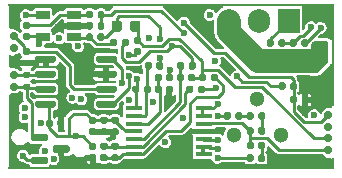
<source format=gbl>
G04 #@! TF.GenerationSoftware,KiCad,Pcbnew,(6.0.8)*
G04 #@! TF.CreationDate,2022-12-07T18:22:32+03:00*
G04 #@! TF.ProjectId,hellen1-wbo,68656c6c-656e-4312-9d77-626f2e6b6963,0.3*
G04 #@! TF.SameCoordinates,PX4a19ba0PY5aa5910*
G04 #@! TF.FileFunction,Copper,L4,Bot*
G04 #@! TF.FilePolarity,Positive*
%FSLAX46Y46*%
G04 Gerber Fmt 4.6, Leading zero omitted, Abs format (unit mm)*
G04 Created by KiCad (PCBNEW (6.0.8)) date 2022-12-07 18:22:32*
%MOMM*%
%LPD*%
G01*
G04 APERTURE LIST*
G04 #@! TA.AperFunction,ComponentPad*
%ADD10C,1.300000*%
G04 #@! TD*
G04 #@! TA.AperFunction,ComponentPad*
%ADD11C,0.700000*%
G04 #@! TD*
G04 #@! TA.AperFunction,SMDPad,CuDef*
%ADD12R,0.250000X0.950000*%
G04 #@! TD*
G04 #@! TA.AperFunction,SMDPad,CuDef*
%ADD13R,0.250000X0.980000*%
G04 #@! TD*
G04 #@! TA.AperFunction,SMDPad,CuDef*
%ADD14R,27.600000X0.250000*%
G04 #@! TD*
G04 #@! TA.AperFunction,SMDPad,CuDef*
%ADD15R,0.250000X2.100000*%
G04 #@! TD*
G04 #@! TA.AperFunction,SMDPad,CuDef*
%ADD16R,0.250000X6.300000*%
G04 #@! TD*
G04 #@! TA.AperFunction,SMDPad,CuDef*
%ADD17R,0.250000X8.750000*%
G04 #@! TD*
G04 #@! TA.AperFunction,ComponentPad*
%ADD18R,1.905000X2.000000*%
G04 #@! TD*
G04 #@! TA.AperFunction,ComponentPad*
%ADD19O,1.905000X2.000000*%
G04 #@! TD*
G04 #@! TA.AperFunction,SMDPad,CuDef*
%ADD20R,1.450000X0.450000*%
G04 #@! TD*
G04 #@! TA.AperFunction,SMDPad,CuDef*
%ADD21R,1.220000X0.650000*%
G04 #@! TD*
G04 #@! TA.AperFunction,ViaPad*
%ADD22C,0.600000*%
G04 #@! TD*
G04 #@! TA.AperFunction,Conductor*
%ADD23C,0.500000*%
G04 #@! TD*
G04 #@! TA.AperFunction,Conductor*
%ADD24C,0.250000*%
G04 #@! TD*
G04 #@! TA.AperFunction,Conductor*
%ADD25C,2.000000*%
G04 #@! TD*
G04 APERTURE END LIST*
D10*
G04 #@! TO.P,Q600,2,D*
G04 #@! TO.N,/LSU_H+*
X23160000Y2950000D03*
X21160000Y5950000D03*
X19160000Y2950000D03*
G04 #@! TD*
D11*
G04 #@! TO.P,M600,E1,LSU_Un*
G04 #@! TO.N,/LSU_Un*
X27150000Y1650000D03*
G04 #@! TO.P,M600,E2,LSU_Vm*
G04 #@! TO.N,/LSU_Vm*
X27150000Y4650000D03*
G04 #@! TO.P,M600,E3,LSU_Ip*
G04 #@! TO.N,/LSU_Ip*
X27150000Y3650000D03*
G04 #@! TO.P,M600,E4,LSU_Rtrim*
G04 #@! TO.N,/LSU_Rtrim*
X27150000Y2650000D03*
D12*
G04 #@! TO.P,M600,G,GND*
G04 #@! TO.N,GND*
X27525000Y525000D03*
D13*
X175000Y9160000D03*
D14*
X13850000Y13925000D03*
D15*
X175000Y13000000D03*
D16*
X175000Y3200000D03*
D17*
X27525000Y9675000D03*
D14*
X13850000Y175000D03*
D11*
G04 #@! TO.P,M600,W1,V5_IN*
G04 #@! TO.N,+5V*
X558800Y11300000D03*
G04 #@! TO.P,M600,W2,CAN_VIO*
G04 #@! TO.N,+3V3*
X558800Y10300000D03*
G04 #@! TO.P,M600,W3,CANH*
G04 #@! TO.N,/CANH*
X558800Y7004000D03*
G04 #@! TO.P,M600,W4,CANL*
G04 #@! TO.N,/CANL*
X558800Y8020000D03*
G04 #@! TD*
D18*
G04 #@! TO.P,Q601,1,G*
G04 #@! TO.N,Net-(Q600-Pad1)*
X23790000Y12625000D03*
D19*
G04 #@! TO.P,Q601,2,D*
G04 #@! TO.N,/LSU_H+*
X21250000Y12625000D03*
G04 #@! TO.P,Q601,3,S*
G04 #@! TO.N,/LSU_H-*
X18710000Y12625000D03*
G04 #@! TD*
G04 #@! TO.P,C605,1*
G04 #@! TO.N,/LSU_Un*
G04 #@! TA.AperFunction,SMDPad,CuDef*
G36*
G01*
X20245000Y1869168D02*
X20245000Y2214168D01*
G75*
G02*
X20392500Y2361668I147500J0D01*
G01*
X20687500Y2361668D01*
G75*
G02*
X20835000Y2214168I0J-147500D01*
G01*
X20835000Y1869168D01*
G75*
G02*
X20687500Y1721668I-147500J0D01*
G01*
X20392500Y1721668D01*
G75*
G02*
X20245000Y1869168I0J147500D01*
G01*
G37*
G04 #@! TD.AperFunction*
G04 #@! TO.P,C605,2*
G04 #@! TO.N,Net-(C605-Pad2)*
G04 #@! TA.AperFunction,SMDPad,CuDef*
G36*
G01*
X21215000Y1869168D02*
X21215000Y2214168D01*
G75*
G02*
X21362500Y2361668I147500J0D01*
G01*
X21657500Y2361668D01*
G75*
G02*
X21805000Y2214168I0J-147500D01*
G01*
X21805000Y1869168D01*
G75*
G02*
X21657500Y1721668I-147500J0D01*
G01*
X21362500Y1721668D01*
G75*
G02*
X21215000Y1869168I0J147500D01*
G01*
G37*
G04 #@! TD.AperFunction*
G04 #@! TD*
G04 #@! TO.P,C607,1*
G04 #@! TO.N,/LSU_Vm*
G04 #@! TA.AperFunction,SMDPad,CuDef*
G36*
G01*
X23920000Y5752500D02*
X23920000Y6097500D01*
G75*
G02*
X24067500Y6245000I147500J0D01*
G01*
X24362500Y6245000D01*
G75*
G02*
X24510000Y6097500I0J-147500D01*
G01*
X24510000Y5752500D01*
G75*
G02*
X24362500Y5605000I-147500J0D01*
G01*
X24067500Y5605000D01*
G75*
G02*
X23920000Y5752500I0J147500D01*
G01*
G37*
G04 #@! TD.AperFunction*
G04 #@! TO.P,C607,2*
G04 #@! TO.N,GND*
G04 #@! TA.AperFunction,SMDPad,CuDef*
G36*
G01*
X24890000Y5752500D02*
X24890000Y6097500D01*
G75*
G02*
X25037500Y6245000I147500J0D01*
G01*
X25332500Y6245000D01*
G75*
G02*
X25480000Y6097500I0J-147500D01*
G01*
X25480000Y5752500D01*
G75*
G02*
X25332500Y5605000I-147500J0D01*
G01*
X25037500Y5605000D01*
G75*
G02*
X24890000Y5752500I0J147500D01*
G01*
G37*
G04 #@! TD.AperFunction*
G04 #@! TD*
G04 #@! TO.P,R609,1*
G04 #@! TO.N,/LSU_Rtrim*
G04 #@! TA.AperFunction,SMDPad,CuDef*
G36*
G01*
X11250000Y12406250D02*
X11250000Y11893750D01*
G75*
G02*
X11031250Y11675000I-218750J0D01*
G01*
X10593750Y11675000D01*
G75*
G02*
X10375000Y11893750I0J218750D01*
G01*
X10375000Y12406250D01*
G75*
G02*
X10593750Y12625000I218750J0D01*
G01*
X11031250Y12625000D01*
G75*
G02*
X11250000Y12406250I0J-218750D01*
G01*
G37*
G04 #@! TD.AperFunction*
G04 #@! TO.P,R609,2*
G04 #@! TO.N,/LSU_Ip*
G04 #@! TA.AperFunction,SMDPad,CuDef*
G36*
G01*
X9675000Y12406250D02*
X9675000Y11893750D01*
G75*
G02*
X9456250Y11675000I-218750J0D01*
G01*
X9018750Y11675000D01*
G75*
G02*
X8800000Y11893750I0J218750D01*
G01*
X8800000Y12406250D01*
G75*
G02*
X9018750Y12625000I218750J0D01*
G01*
X9456250Y12625000D01*
G75*
G02*
X9675000Y12406250I0J-218750D01*
G01*
G37*
G04 #@! TD.AperFunction*
G04 #@! TD*
G04 #@! TO.P,R607,1*
G04 #@! TO.N,Net-(C605-Pad2)*
G04 #@! TA.AperFunction,SMDPad,CuDef*
G36*
G01*
X21805000Y1147500D02*
X21805000Y802500D01*
G75*
G02*
X21657500Y655000I-147500J0D01*
G01*
X21362500Y655000D01*
G75*
G02*
X21215000Y802500I0J147500D01*
G01*
X21215000Y1147500D01*
G75*
G02*
X21362500Y1295000I147500J0D01*
G01*
X21657500Y1295000D01*
G75*
G02*
X21805000Y1147500I0J-147500D01*
G01*
G37*
G04 #@! TD.AperFunction*
G04 #@! TO.P,R607,2*
G04 #@! TO.N,/Nernst_esr_drive*
G04 #@! TA.AperFunction,SMDPad,CuDef*
G36*
G01*
X20835000Y1147500D02*
X20835000Y802500D01*
G75*
G02*
X20687500Y655000I-147500J0D01*
G01*
X20392500Y655000D01*
G75*
G02*
X20245000Y802500I0J147500D01*
G01*
X20245000Y1147500D01*
G75*
G02*
X20392500Y1295000I147500J0D01*
G01*
X20687500Y1295000D01*
G75*
G02*
X20835000Y1147500I0J-147500D01*
G01*
G37*
G04 #@! TD.AperFunction*
G04 #@! TD*
G04 #@! TO.P,R614,1*
G04 #@! TO.N,Net-(R614-Pad1)*
G04 #@! TA.AperFunction,SMDPad,CuDef*
G36*
G01*
X6640709Y11052500D02*
X6640709Y11397500D01*
G75*
G02*
X6788209Y11545000I147500J0D01*
G01*
X7083209Y11545000D01*
G75*
G02*
X7230709Y11397500I0J-147500D01*
G01*
X7230709Y11052500D01*
G75*
G02*
X7083209Y10905000I-147500J0D01*
G01*
X6788209Y10905000D01*
G75*
G02*
X6640709Y11052500I0J147500D01*
G01*
G37*
G04 #@! TD.AperFunction*
G04 #@! TO.P,R614,2*
G04 #@! TO.N,/LSU_Ip*
G04 #@! TA.AperFunction,SMDPad,CuDef*
G36*
G01*
X7610709Y11052500D02*
X7610709Y11397500D01*
G75*
G02*
X7758209Y11545000I147500J0D01*
G01*
X8053209Y11545000D01*
G75*
G02*
X8200709Y11397500I0J-147500D01*
G01*
X8200709Y11052500D01*
G75*
G02*
X8053209Y10905000I-147500J0D01*
G01*
X7758209Y10905000D01*
G75*
G02*
X7610709Y11052500I0J147500D01*
G01*
G37*
G04 #@! TD.AperFunction*
G04 #@! TD*
G04 #@! TO.P,R615,1*
G04 #@! TO.N,Net-(R614-Pad1)*
G04 #@! TA.AperFunction,SMDPad,CuDef*
G36*
G01*
X8695000Y10577500D02*
X8695000Y10922500D01*
G75*
G02*
X8842500Y11070000I147500J0D01*
G01*
X9137500Y11070000D01*
G75*
G02*
X9285000Y10922500I0J-147500D01*
G01*
X9285000Y10577500D01*
G75*
G02*
X9137500Y10430000I-147500J0D01*
G01*
X8842500Y10430000D01*
G75*
G02*
X8695000Y10577500I0J147500D01*
G01*
G37*
G04 #@! TD.AperFunction*
G04 #@! TO.P,R615,2*
G04 #@! TO.N,/Vm*
G04 #@! TA.AperFunction,SMDPad,CuDef*
G36*
G01*
X9665000Y10577500D02*
X9665000Y10922500D01*
G75*
G02*
X9812500Y11070000I147500J0D01*
G01*
X10107500Y11070000D01*
G75*
G02*
X10255000Y10922500I0J-147500D01*
G01*
X10255000Y10577500D01*
G75*
G02*
X10107500Y10430000I-147500J0D01*
G01*
X9812500Y10430000D01*
G75*
G02*
X9665000Y10577500I0J147500D01*
G01*
G37*
G04 #@! TD.AperFunction*
G04 #@! TD*
G04 #@! TO.P,R621,1*
G04 #@! TO.N,Net-(R621-Pad1)*
G04 #@! TA.AperFunction,SMDPad,CuDef*
G36*
G01*
X1427500Y12505000D02*
X1772500Y12505000D01*
G75*
G02*
X1920000Y12357500I0J-147500D01*
G01*
X1920000Y12062500D01*
G75*
G02*
X1772500Y11915000I-147500J0D01*
G01*
X1427500Y11915000D01*
G75*
G02*
X1280000Y12062500I0J147500D01*
G01*
X1280000Y12357500D01*
G75*
G02*
X1427500Y12505000I147500J0D01*
G01*
G37*
G04 #@! TD.AperFunction*
G04 #@! TO.P,R621,2*
G04 #@! TO.N,Net-(R613-Pad1)*
G04 #@! TA.AperFunction,SMDPad,CuDef*
G36*
G01*
X1427500Y11535000D02*
X1772500Y11535000D01*
G75*
G02*
X1920000Y11387500I0J-147500D01*
G01*
X1920000Y11092500D01*
G75*
G02*
X1772500Y10945000I-147500J0D01*
G01*
X1427500Y10945000D01*
G75*
G02*
X1280000Y11092500I0J147500D01*
G01*
X1280000Y11387500D01*
G75*
G02*
X1427500Y11535000I147500J0D01*
G01*
G37*
G04 #@! TD.AperFunction*
G04 #@! TD*
G04 #@! TO.P,R619,1*
G04 #@! TO.N,/LSU_Un_sense*
G04 #@! TA.AperFunction,SMDPad,CuDef*
G36*
G01*
X14005000Y7972500D02*
X14005000Y7627500D01*
G75*
G02*
X13857500Y7480000I-147500J0D01*
G01*
X13562500Y7480000D01*
G75*
G02*
X13415000Y7627500I0J147500D01*
G01*
X13415000Y7972500D01*
G75*
G02*
X13562500Y8120000I147500J0D01*
G01*
X13857500Y8120000D01*
G75*
G02*
X14005000Y7972500I0J-147500D01*
G01*
G37*
G04 #@! TD.AperFunction*
G04 #@! TO.P,R619,2*
G04 #@! TO.N,Net-(R619-Pad2)*
G04 #@! TA.AperFunction,SMDPad,CuDef*
G36*
G01*
X13035000Y7972500D02*
X13035000Y7627500D01*
G75*
G02*
X12887500Y7480000I-147500J0D01*
G01*
X12592500Y7480000D01*
G75*
G02*
X12445000Y7627500I0J147500D01*
G01*
X12445000Y7972500D01*
G75*
G02*
X12592500Y8120000I147500J0D01*
G01*
X12887500Y8120000D01*
G75*
G02*
X13035000Y7972500I0J-147500D01*
G01*
G37*
G04 #@! TD.AperFunction*
G04 #@! TD*
G04 #@! TO.P,R620,1*
G04 #@! TO.N,Net-(R619-Pad2)*
G04 #@! TA.AperFunction,SMDPad,CuDef*
G36*
G01*
X12445000Y6627500D02*
X12445000Y6972500D01*
G75*
G02*
X12592500Y7120000I147500J0D01*
G01*
X12887500Y7120000D01*
G75*
G02*
X13035000Y6972500I0J-147500D01*
G01*
X13035000Y6627500D01*
G75*
G02*
X12887500Y6480000I-147500J0D01*
G01*
X12592500Y6480000D01*
G75*
G02*
X12445000Y6627500I0J147500D01*
G01*
G37*
G04 #@! TD.AperFunction*
G04 #@! TO.P,R620,2*
G04 #@! TO.N,GND*
G04 #@! TA.AperFunction,SMDPad,CuDef*
G36*
G01*
X13415000Y6627500D02*
X13415000Y6972500D01*
G75*
G02*
X13562500Y7120000I147500J0D01*
G01*
X13857500Y7120000D01*
G75*
G02*
X14005000Y6972500I0J-147500D01*
G01*
X14005000Y6627500D01*
G75*
G02*
X13857500Y6480000I-147500J0D01*
G01*
X13562500Y6480000D01*
G75*
G02*
X13415000Y6627500I0J147500D01*
G01*
G37*
G04 #@! TD.AperFunction*
G04 #@! TD*
G04 #@! TO.P,R606,1*
G04 #@! TO.N,/LSU_Vm*
G04 #@! TA.AperFunction,SMDPad,CuDef*
G36*
G01*
X24505000Y7247500D02*
X24505000Y6902500D01*
G75*
G02*
X24357500Y6755000I-147500J0D01*
G01*
X24062500Y6755000D01*
G75*
G02*
X23915000Y6902500I0J147500D01*
G01*
X23915000Y7247500D01*
G75*
G02*
X24062500Y7395000I147500J0D01*
G01*
X24357500Y7395000D01*
G75*
G02*
X24505000Y7247500I0J-147500D01*
G01*
G37*
G04 #@! TD.AperFunction*
G04 #@! TO.P,R606,2*
G04 #@! TO.N,/Vm*
G04 #@! TA.AperFunction,SMDPad,CuDef*
G36*
G01*
X23535000Y7247500D02*
X23535000Y6902500D01*
G75*
G02*
X23387500Y6755000I-147500J0D01*
G01*
X23092500Y6755000D01*
G75*
G02*
X22945000Y6902500I0J147500D01*
G01*
X22945000Y7247500D01*
G75*
G02*
X23092500Y7395000I147500J0D01*
G01*
X23387500Y7395000D01*
G75*
G02*
X23535000Y7247500I0J-147500D01*
G01*
G37*
G04 #@! TD.AperFunction*
G04 #@! TD*
D20*
G04 #@! TO.P,U600,1*
G04 #@! TO.N,Net-(C603-Pad1)*
X10700000Y1300000D03*
G04 #@! TO.P,U600,2,-*
G04 #@! TO.N,Net-(C603-Pad2)*
X10700000Y1950000D03*
G04 #@! TO.P,U600,3,+*
G04 #@! TO.N,Net-(R603-Pad1)*
X10700000Y2600000D03*
G04 #@! TO.P,U600,4,V+*
G04 #@! TO.N,+3V3*
X10700000Y3250000D03*
G04 #@! TO.P,U600,5,+*
G04 #@! TO.N,Net-(R619-Pad2)*
X10700000Y3900000D03*
G04 #@! TO.P,U600,6,-*
G04 #@! TO.N,Net-(R618-Pad2)*
X10700000Y4550000D03*
G04 #@! TO.P,U600,7*
G04 #@! TO.N,/Un_sense*
X10700000Y5200000D03*
G04 #@! TO.P,U600,8*
G04 #@! TO.N,/LSU_Un_sense*
X16600000Y5200000D03*
G04 #@! TO.P,U600,9,-*
X16600000Y4550000D03*
G04 #@! TO.P,U600,10,+*
G04 #@! TO.N,/LSU_Un*
X16600000Y3900000D03*
G04 #@! TO.P,U600,11,V-*
G04 #@! TO.N,GND*
X16600000Y3250000D03*
G04 #@! TO.P,U600,12,+*
G04 #@! TO.N,Net-(C600-Pad1)*
X16600000Y2600000D03*
G04 #@! TO.P,U600,13,-*
G04 #@! TO.N,/Vm*
X16600000Y1950000D03*
G04 #@! TO.P,U600,14*
X16600000Y1300000D03*
G04 #@! TD*
G04 #@! TO.P,C608,1*
G04 #@! TO.N,/Ip_sense*
G04 #@! TA.AperFunction,SMDPad,CuDef*
G36*
G01*
X8205000Y12347500D02*
X8205000Y12002500D01*
G75*
G02*
X8057500Y11855000I-147500J0D01*
G01*
X7762500Y11855000D01*
G75*
G02*
X7615000Y12002500I0J147500D01*
G01*
X7615000Y12347500D01*
G75*
G02*
X7762500Y12495000I147500J0D01*
G01*
X8057500Y12495000D01*
G75*
G02*
X8205000Y12347500I0J-147500D01*
G01*
G37*
G04 #@! TD.AperFunction*
G04 #@! TO.P,C608,2*
G04 #@! TO.N,GND*
G04 #@! TA.AperFunction,SMDPad,CuDef*
G36*
G01*
X7235000Y12347500D02*
X7235000Y12002500D01*
G75*
G02*
X7087500Y11855000I-147500J0D01*
G01*
X6792500Y11855000D01*
G75*
G02*
X6645000Y12002500I0J147500D01*
G01*
X6645000Y12347500D01*
G75*
G02*
X6792500Y12495000I147500J0D01*
G01*
X7087500Y12495000D01*
G75*
G02*
X7235000Y12347500I0J-147500D01*
G01*
G37*
G04 #@! TD.AperFunction*
G04 #@! TD*
G04 #@! TO.P,R624,1*
G04 #@! TO.N,Net-(R621-Pad1)*
G04 #@! TA.AperFunction,SMDPad,CuDef*
G36*
G01*
X6645000Y12952500D02*
X6645000Y13297500D01*
G75*
G02*
X6792500Y13445000I147500J0D01*
G01*
X7087500Y13445000D01*
G75*
G02*
X7235000Y13297500I0J-147500D01*
G01*
X7235000Y12952500D01*
G75*
G02*
X7087500Y12805000I-147500J0D01*
G01*
X6792500Y12805000D01*
G75*
G02*
X6645000Y12952500I0J147500D01*
G01*
G37*
G04 #@! TD.AperFunction*
G04 #@! TO.P,R624,2*
G04 #@! TO.N,/Ip_sense*
G04 #@! TA.AperFunction,SMDPad,CuDef*
G36*
G01*
X7615000Y12952500D02*
X7615000Y13297500D01*
G75*
G02*
X7762500Y13445000I147500J0D01*
G01*
X8057500Y13445000D01*
G75*
G02*
X8205000Y13297500I0J-147500D01*
G01*
X8205000Y12952500D01*
G75*
G02*
X8057500Y12805000I-147500J0D01*
G01*
X7762500Y12805000D01*
G75*
G02*
X7615000Y12952500I0J147500D01*
G01*
G37*
G04 #@! TD.AperFunction*
G04 #@! TD*
G04 #@! TO.P,R622,1*
G04 #@! TO.N,Net-(Q600-Pad1)*
G04 #@! TA.AperFunction,SMDPad,CuDef*
G36*
G01*
X21945000Y10552500D02*
X21945000Y10897500D01*
G75*
G02*
X22092500Y11045000I147500J0D01*
G01*
X22387500Y11045000D01*
G75*
G02*
X22535000Y10897500I0J-147500D01*
G01*
X22535000Y10552500D01*
G75*
G02*
X22387500Y10405000I-147500J0D01*
G01*
X22092500Y10405000D01*
G75*
G02*
X21945000Y10552500I0J147500D01*
G01*
G37*
G04 #@! TD.AperFunction*
G04 #@! TO.P,R622,2*
G04 #@! TO.N,/heater_pwm*
G04 #@! TA.AperFunction,SMDPad,CuDef*
G36*
G01*
X22915000Y10552500D02*
X22915000Y10897500D01*
G75*
G02*
X23062500Y11045000I147500J0D01*
G01*
X23357500Y11045000D01*
G75*
G02*
X23505000Y10897500I0J-147500D01*
G01*
X23505000Y10552500D01*
G75*
G02*
X23357500Y10405000I-147500J0D01*
G01*
X23062500Y10405000D01*
G75*
G02*
X22915000Y10552500I0J147500D01*
G01*
G37*
G04 #@! TD.AperFunction*
G04 #@! TD*
G04 #@! TO.P,R612,1*
G04 #@! TO.N,/LSU_Un*
G04 #@! TA.AperFunction,SMDPad,CuDef*
G36*
G01*
X20245000Y3110834D02*
X20245000Y3455834D01*
G75*
G02*
X20392500Y3603334I147500J0D01*
G01*
X20687500Y3603334D01*
G75*
G02*
X20835000Y3455834I0J-147500D01*
G01*
X20835000Y3110834D01*
G75*
G02*
X20687500Y2963334I-147500J0D01*
G01*
X20392500Y2963334D01*
G75*
G02*
X20245000Y3110834I0J147500D01*
G01*
G37*
G04 #@! TD.AperFunction*
G04 #@! TO.P,R612,2*
G04 #@! TO.N,Net-(R611-Pad1)*
G04 #@! TA.AperFunction,SMDPad,CuDef*
G36*
G01*
X21215000Y3110834D02*
X21215000Y3455834D01*
G75*
G02*
X21362500Y3603334I147500J0D01*
G01*
X21657500Y3603334D01*
G75*
G02*
X21805000Y3455834I0J-147500D01*
G01*
X21805000Y3110834D01*
G75*
G02*
X21657500Y2963334I-147500J0D01*
G01*
X21362500Y2963334D01*
G75*
G02*
X21215000Y3110834I0J147500D01*
G01*
G37*
G04 #@! TD.AperFunction*
G04 #@! TD*
G04 #@! TO.P,R618,1*
G04 #@! TO.N,/LSU_Vm*
G04 #@! TA.AperFunction,SMDPad,CuDef*
G36*
G01*
X13180000Y8972500D02*
X13180000Y8627500D01*
G75*
G02*
X13032500Y8480000I-147500J0D01*
G01*
X12737500Y8480000D01*
G75*
G02*
X12590000Y8627500I0J147500D01*
G01*
X12590000Y8972500D01*
G75*
G02*
X12737500Y9120000I147500J0D01*
G01*
X13032500Y9120000D01*
G75*
G02*
X13180000Y8972500I0J-147500D01*
G01*
G37*
G04 #@! TD.AperFunction*
G04 #@! TO.P,R618,2*
G04 #@! TO.N,Net-(R618-Pad2)*
G04 #@! TA.AperFunction,SMDPad,CuDef*
G36*
G01*
X12210000Y8972500D02*
X12210000Y8627500D01*
G75*
G02*
X12062500Y8480000I-147500J0D01*
G01*
X11767500Y8480000D01*
G75*
G02*
X11620000Y8627500I0J147500D01*
G01*
X11620000Y8972500D01*
G75*
G02*
X11767500Y9120000I147500J0D01*
G01*
X12062500Y9120000D01*
G75*
G02*
X12210000Y8972500I0J-147500D01*
G01*
G37*
G04 #@! TD.AperFunction*
G04 #@! TD*
G04 #@! TO.P,R616,1*
G04 #@! TO.N,Net-(D600-Pad2)*
G04 #@! TA.AperFunction,SMDPad,CuDef*
G36*
G01*
X25455000Y10897500D02*
X25455000Y10552500D01*
G75*
G02*
X25307500Y10405000I-147500J0D01*
G01*
X25012500Y10405000D01*
G75*
G02*
X24865000Y10552500I0J147500D01*
G01*
X24865000Y10897500D01*
G75*
G02*
X25012500Y11045000I147500J0D01*
G01*
X25307500Y11045000D01*
G75*
G02*
X25455000Y10897500I0J-147500D01*
G01*
G37*
G04 #@! TD.AperFunction*
G04 #@! TO.P,R616,2*
G04 #@! TO.N,/heater_pwm*
G04 #@! TA.AperFunction,SMDPad,CuDef*
G36*
G01*
X24485000Y10897500D02*
X24485000Y10552500D01*
G75*
G02*
X24337500Y10405000I-147500J0D01*
G01*
X24042500Y10405000D01*
G75*
G02*
X23895000Y10552500I0J147500D01*
G01*
X23895000Y10897500D01*
G75*
G02*
X24042500Y11045000I147500J0D01*
G01*
X24337500Y11045000D01*
G75*
G02*
X24485000Y10897500I0J-147500D01*
G01*
G37*
G04 #@! TD.AperFunction*
G04 #@! TD*
G04 #@! TO.P,R623,1*
G04 #@! TO.N,Net-(R618-Pad2)*
G04 #@! TA.AperFunction,SMDPad,CuDef*
G36*
G01*
X12130000Y6972500D02*
X12130000Y6627500D01*
G75*
G02*
X11982500Y6480000I-147500J0D01*
G01*
X11687500Y6480000D01*
G75*
G02*
X11540000Y6627500I0J147500D01*
G01*
X11540000Y6972500D01*
G75*
G02*
X11687500Y7120000I147500J0D01*
G01*
X11982500Y7120000D01*
G75*
G02*
X12130000Y6972500I0J-147500D01*
G01*
G37*
G04 #@! TD.AperFunction*
G04 #@! TO.P,R623,2*
G04 #@! TO.N,/Un_sense*
G04 #@! TA.AperFunction,SMDPad,CuDef*
G36*
G01*
X11160000Y6972500D02*
X11160000Y6627500D01*
G75*
G02*
X11012500Y6480000I-147500J0D01*
G01*
X10717500Y6480000D01*
G75*
G02*
X10570000Y6627500I0J147500D01*
G01*
X10570000Y6972500D01*
G75*
G02*
X10717500Y7120000I147500J0D01*
G01*
X11012500Y7120000D01*
G75*
G02*
X11160000Y6972500I0J-147500D01*
G01*
G37*
G04 #@! TD.AperFunction*
G04 #@! TD*
G04 #@! TO.P,R604,1*
G04 #@! TO.N,Net-(C603-Pad1)*
G04 #@! TA.AperFunction,SMDPad,CuDef*
G36*
G01*
X9272500Y720000D02*
X8927500Y720000D01*
G75*
G02*
X8780000Y867500I0J147500D01*
G01*
X8780000Y1162500D01*
G75*
G02*
X8927500Y1310000I147500J0D01*
G01*
X9272500Y1310000D01*
G75*
G02*
X9420000Y1162500I0J-147500D01*
G01*
X9420000Y867500D01*
G75*
G02*
X9272500Y720000I-147500J0D01*
G01*
G37*
G04 #@! TD.AperFunction*
G04 #@! TO.P,R604,2*
G04 #@! TO.N,Net-(C603-Pad2)*
G04 #@! TA.AperFunction,SMDPad,CuDef*
G36*
G01*
X9272500Y1690000D02*
X8927500Y1690000D01*
G75*
G02*
X8780000Y1837500I0J147500D01*
G01*
X8780000Y2132500D01*
G75*
G02*
X8927500Y2280000I147500J0D01*
G01*
X9272500Y2280000D01*
G75*
G02*
X9420000Y2132500I0J-147500D01*
G01*
X9420000Y1837500D01*
G75*
G02*
X9272500Y1690000I-147500J0D01*
G01*
G37*
G04 #@! TD.AperFunction*
G04 #@! TD*
G04 #@! TO.P,R605,1*
G04 #@! TO.N,/LSU_Rtrim*
G04 #@! TA.AperFunction,SMDPad,CuDef*
G36*
G01*
X15905000Y7972500D02*
X15905000Y7627500D01*
G75*
G02*
X15757500Y7480000I-147500J0D01*
G01*
X15462500Y7480000D01*
G75*
G02*
X15315000Y7627500I0J147500D01*
G01*
X15315000Y7972500D01*
G75*
G02*
X15462500Y8120000I147500J0D01*
G01*
X15757500Y8120000D01*
G75*
G02*
X15905000Y7972500I0J-147500D01*
G01*
G37*
G04 #@! TD.AperFunction*
G04 #@! TO.P,R605,2*
G04 #@! TO.N,Net-(R603-Pad1)*
G04 #@! TA.AperFunction,SMDPad,CuDef*
G36*
G01*
X14935000Y7972500D02*
X14935000Y7627500D01*
G75*
G02*
X14787500Y7480000I-147500J0D01*
G01*
X14492500Y7480000D01*
G75*
G02*
X14345000Y7627500I0J147500D01*
G01*
X14345000Y7972500D01*
G75*
G02*
X14492500Y8120000I147500J0D01*
G01*
X14787500Y8120000D01*
G75*
G02*
X14935000Y7972500I0J-147500D01*
G01*
G37*
G04 #@! TD.AperFunction*
G04 #@! TD*
G04 #@! TO.P,R608,1*
G04 #@! TO.N,/LSU_Rtrim*
G04 #@! TA.AperFunction,SMDPad,CuDef*
G36*
G01*
X16245000Y7627500D02*
X16245000Y7972500D01*
G75*
G02*
X16392500Y8120000I147500J0D01*
G01*
X16687500Y8120000D01*
G75*
G02*
X16835000Y7972500I0J-147500D01*
G01*
X16835000Y7627500D01*
G75*
G02*
X16687500Y7480000I-147500J0D01*
G01*
X16392500Y7480000D01*
G75*
G02*
X16245000Y7627500I0J147500D01*
G01*
G37*
G04 #@! TD.AperFunction*
G04 #@! TO.P,R608,2*
G04 #@! TO.N,Net-(C603-Pad1)*
G04 #@! TA.AperFunction,SMDPad,CuDef*
G36*
G01*
X17215000Y7627500D02*
X17215000Y7972500D01*
G75*
G02*
X17362500Y8120000I147500J0D01*
G01*
X17657500Y8120000D01*
G75*
G02*
X17805000Y7972500I0J-147500D01*
G01*
X17805000Y7627500D01*
G75*
G02*
X17657500Y7480000I-147500J0D01*
G01*
X17362500Y7480000D01*
G75*
G02*
X17215000Y7627500I0J147500D01*
G01*
G37*
G04 #@! TD.AperFunction*
G04 #@! TD*
G04 #@! TO.P,C603,1*
G04 #@! TO.N,Net-(C603-Pad1)*
G04 #@! TA.AperFunction,SMDPad,CuDef*
G36*
G01*
X8322500Y720000D02*
X7977500Y720000D01*
G75*
G02*
X7830000Y867500I0J147500D01*
G01*
X7830000Y1162500D01*
G75*
G02*
X7977500Y1310000I147500J0D01*
G01*
X8322500Y1310000D01*
G75*
G02*
X8470000Y1162500I0J-147500D01*
G01*
X8470000Y867500D01*
G75*
G02*
X8322500Y720000I-147500J0D01*
G01*
G37*
G04 #@! TD.AperFunction*
G04 #@! TO.P,C603,2*
G04 #@! TO.N,Net-(C603-Pad2)*
G04 #@! TA.AperFunction,SMDPad,CuDef*
G36*
G01*
X8322500Y1690000D02*
X7977500Y1690000D01*
G75*
G02*
X7830000Y1837500I0J147500D01*
G01*
X7830000Y2132500D01*
G75*
G02*
X7977500Y2280000I147500J0D01*
G01*
X8322500Y2280000D01*
G75*
G02*
X8470000Y2132500I0J-147500D01*
G01*
X8470000Y1837500D01*
G75*
G02*
X8322500Y1690000I-147500J0D01*
G01*
G37*
G04 #@! TD.AperFunction*
G04 #@! TD*
D21*
G04 #@! TO.P,U601,1*
G04 #@! TO.N,Net-(R621-Pad1)*
X5610000Y13125000D03*
G04 #@! TO.P,U601,2,V-*
G04 #@! TO.N,GND*
X5610000Y12175000D03*
G04 #@! TO.P,U601,3,+*
G04 #@! TO.N,Net-(R614-Pad1)*
X5610000Y11225000D03*
G04 #@! TO.P,U601,4,-*
G04 #@! TO.N,Net-(R613-Pad1)*
X2990000Y11225000D03*
G04 #@! TO.P,U601,5,V+*
G04 #@! TO.N,+3V3*
X2990000Y13125000D03*
G04 #@! TD*
G04 #@! TO.P,R603,1*
G04 #@! TO.N,Net-(R603-Pad1)*
G04 #@! TA.AperFunction,SMDPad,CuDef*
G36*
G01*
X14370000Y8627500D02*
X14370000Y8972500D01*
G75*
G02*
X14517500Y9120000I147500J0D01*
G01*
X14812500Y9120000D01*
G75*
G02*
X14960000Y8972500I0J-147500D01*
G01*
X14960000Y8627500D01*
G75*
G02*
X14812500Y8480000I-147500J0D01*
G01*
X14517500Y8480000D01*
G75*
G02*
X14370000Y8627500I0J147500D01*
G01*
G37*
G04 #@! TD.AperFunction*
G04 #@! TO.P,R603,2*
G04 #@! TO.N,/Vm*
G04 #@! TA.AperFunction,SMDPad,CuDef*
G36*
G01*
X15340000Y8627500D02*
X15340000Y8972500D01*
G75*
G02*
X15487500Y9120000I147500J0D01*
G01*
X15782500Y9120000D01*
G75*
G02*
X15930000Y8972500I0J-147500D01*
G01*
X15930000Y8627500D01*
G75*
G02*
X15782500Y8480000I-147500J0D01*
G01*
X15487500Y8480000D01*
G75*
G02*
X15340000Y8627500I0J147500D01*
G01*
G37*
G04 #@! TD.AperFunction*
G04 #@! TD*
G04 #@! TO.P,R613,1*
G04 #@! TO.N,Net-(R613-Pad1)*
G04 #@! TA.AperFunction,SMDPad,CuDef*
G36*
G01*
X11172500Y9670000D02*
X10827500Y9670000D01*
G75*
G02*
X10680000Y9817500I0J147500D01*
G01*
X10680000Y10112500D01*
G75*
G02*
X10827500Y10260000I147500J0D01*
G01*
X11172500Y10260000D01*
G75*
G02*
X11320000Y10112500I0J-147500D01*
G01*
X11320000Y9817500D01*
G75*
G02*
X11172500Y9670000I-147500J0D01*
G01*
G37*
G04 #@! TD.AperFunction*
G04 #@! TO.P,R613,2*
G04 #@! TO.N,/LSU_Rtrim*
G04 #@! TA.AperFunction,SMDPad,CuDef*
G36*
G01*
X11172500Y10640000D02*
X10827500Y10640000D01*
G75*
G02*
X10680000Y10787500I0J147500D01*
G01*
X10680000Y11082500D01*
G75*
G02*
X10827500Y11230000I147500J0D01*
G01*
X11172500Y11230000D01*
G75*
G02*
X11320000Y11082500I0J-147500D01*
G01*
X11320000Y10787500D01*
G75*
G02*
X11172500Y10640000I-147500J0D01*
G01*
G37*
G04 #@! TD.AperFunction*
G04 #@! TD*
G04 #@! TO.P,C601,1*
G04 #@! TO.N,+3V3*
G04 #@! TA.AperFunction,SMDPad,CuDef*
G36*
G01*
X8927500Y4480000D02*
X9272500Y4480000D01*
G75*
G02*
X9420000Y4332500I0J-147500D01*
G01*
X9420000Y4037500D01*
G75*
G02*
X9272500Y3890000I-147500J0D01*
G01*
X8927500Y3890000D01*
G75*
G02*
X8780000Y4037500I0J147500D01*
G01*
X8780000Y4332500D01*
G75*
G02*
X8927500Y4480000I147500J0D01*
G01*
G37*
G04 #@! TD.AperFunction*
G04 #@! TO.P,C601,2*
G04 #@! TO.N,GND*
G04 #@! TA.AperFunction,SMDPad,CuDef*
G36*
G01*
X8927500Y3510000D02*
X9272500Y3510000D01*
G75*
G02*
X9420000Y3362500I0J-147500D01*
G01*
X9420000Y3067500D01*
G75*
G02*
X9272500Y2920000I-147500J0D01*
G01*
X8927500Y2920000D01*
G75*
G02*
X8780000Y3067500I0J147500D01*
G01*
X8780000Y3362500D01*
G75*
G02*
X8927500Y3510000I147500J0D01*
G01*
G37*
G04 #@! TD.AperFunction*
G04 #@! TD*
G04 #@! TO.P,R610,1*
G04 #@! TO.N,Net-(R610-Pad1)*
G04 #@! TA.AperFunction,SMDPad,CuDef*
G36*
G01*
X19880000Y4722500D02*
X19880000Y4377500D01*
G75*
G02*
X19732500Y4230000I-147500J0D01*
G01*
X19437500Y4230000D01*
G75*
G02*
X19290000Y4377500I0J147500D01*
G01*
X19290000Y4722500D01*
G75*
G02*
X19437500Y4870000I147500J0D01*
G01*
X19732500Y4870000D01*
G75*
G02*
X19880000Y4722500I0J-147500D01*
G01*
G37*
G04 #@! TD.AperFunction*
G04 #@! TO.P,R610,2*
G04 #@! TO.N,+3V3*
G04 #@! TA.AperFunction,SMDPad,CuDef*
G36*
G01*
X18910000Y4722500D02*
X18910000Y4377500D01*
G75*
G02*
X18762500Y4230000I-147500J0D01*
G01*
X18467500Y4230000D01*
G75*
G02*
X18320000Y4377500I0J147500D01*
G01*
X18320000Y4722500D01*
G75*
G02*
X18467500Y4870000I147500J0D01*
G01*
X18762500Y4870000D01*
G75*
G02*
X18910000Y4722500I0J-147500D01*
G01*
G37*
G04 #@! TD.AperFunction*
G04 #@! TD*
G04 #@! TO.P,R611,1*
G04 #@! TO.N,Net-(R611-Pad1)*
G04 #@! TA.AperFunction,SMDPad,CuDef*
G36*
G01*
X21805000Y4722500D02*
X21805000Y4377500D01*
G75*
G02*
X21657500Y4230000I-147500J0D01*
G01*
X21362500Y4230000D01*
G75*
G02*
X21215000Y4377500I0J147500D01*
G01*
X21215000Y4722500D01*
G75*
G02*
X21362500Y4870000I147500J0D01*
G01*
X21657500Y4870000D01*
G75*
G02*
X21805000Y4722500I0J-147500D01*
G01*
G37*
G04 #@! TD.AperFunction*
G04 #@! TO.P,R611,2*
G04 #@! TO.N,Net-(R610-Pad1)*
G04 #@! TA.AperFunction,SMDPad,CuDef*
G36*
G01*
X20835000Y4722500D02*
X20835000Y4377500D01*
G75*
G02*
X20687500Y4230000I-147500J0D01*
G01*
X20392500Y4230000D01*
G75*
G02*
X20245000Y4377500I0J147500D01*
G01*
X20245000Y4722500D01*
G75*
G02*
X20392500Y4870000I147500J0D01*
G01*
X20687500Y4870000D01*
G75*
G02*
X20835000Y4722500I0J-147500D01*
G01*
G37*
G04 #@! TD.AperFunction*
G04 #@! TD*
G04 #@! TO.P,C602,1*
G04 #@! TO.N,+3V3*
G04 #@! TA.AperFunction,SMDPad,CuDef*
G36*
G01*
X7977500Y4480000D02*
X8322500Y4480000D01*
G75*
G02*
X8470000Y4332500I0J-147500D01*
G01*
X8470000Y4037500D01*
G75*
G02*
X8322500Y3890000I-147500J0D01*
G01*
X7977500Y3890000D01*
G75*
G02*
X7830000Y4037500I0J147500D01*
G01*
X7830000Y4332500D01*
G75*
G02*
X7977500Y4480000I147500J0D01*
G01*
G37*
G04 #@! TD.AperFunction*
G04 #@! TO.P,C602,2*
G04 #@! TO.N,GND*
G04 #@! TA.AperFunction,SMDPad,CuDef*
G36*
G01*
X7977500Y3510000D02*
X8322500Y3510000D01*
G75*
G02*
X8470000Y3362500I0J-147500D01*
G01*
X8470000Y3067500D01*
G75*
G02*
X8322500Y2920000I-147500J0D01*
G01*
X7977500Y2920000D01*
G75*
G02*
X7830000Y3067500I0J147500D01*
G01*
X7830000Y3362500D01*
G75*
G02*
X7977500Y3510000I147500J0D01*
G01*
G37*
G04 #@! TD.AperFunction*
G04 #@! TD*
G04 #@! TO.P,R602,1*
G04 #@! TO.N,/Ip_dac*
G04 #@! TA.AperFunction,SMDPad,CuDef*
G36*
G01*
X16705000Y6972500D02*
X16705000Y6627500D01*
G75*
G02*
X16557500Y6480000I-147500J0D01*
G01*
X16262500Y6480000D01*
G75*
G02*
X16115000Y6627500I0J147500D01*
G01*
X16115000Y6972500D01*
G75*
G02*
X16262500Y7120000I147500J0D01*
G01*
X16557500Y7120000D01*
G75*
G02*
X16705000Y6972500I0J-147500D01*
G01*
G37*
G04 #@! TD.AperFunction*
G04 #@! TO.P,R602,2*
G04 #@! TO.N,Net-(C603-Pad2)*
G04 #@! TA.AperFunction,SMDPad,CuDef*
G36*
G01*
X15735000Y6972500D02*
X15735000Y6627500D01*
G75*
G02*
X15587500Y6480000I-147500J0D01*
G01*
X15292500Y6480000D01*
G75*
G02*
X15145000Y6627500I0J147500D01*
G01*
X15145000Y6972500D01*
G75*
G02*
X15292500Y7120000I147500J0D01*
G01*
X15587500Y7120000D01*
G75*
G02*
X15735000Y6972500I0J-147500D01*
G01*
G37*
G04 #@! TD.AperFunction*
G04 #@! TD*
G04 #@! TO.P,C604,1*
G04 #@! TO.N,+3V3*
G04 #@! TA.AperFunction,SMDPad,CuDef*
G36*
G01*
X7027500Y4480000D02*
X7372500Y4480000D01*
G75*
G02*
X7520000Y4332500I0J-147500D01*
G01*
X7520000Y4037500D01*
G75*
G02*
X7372500Y3890000I-147500J0D01*
G01*
X7027500Y3890000D01*
G75*
G02*
X6880000Y4037500I0J147500D01*
G01*
X6880000Y4332500D01*
G75*
G02*
X7027500Y4480000I147500J0D01*
G01*
G37*
G04 #@! TD.AperFunction*
G04 #@! TO.P,C604,2*
G04 #@! TO.N,GND*
G04 #@! TA.AperFunction,SMDPad,CuDef*
G36*
G01*
X7027500Y3510000D02*
X7372500Y3510000D01*
G75*
G02*
X7520000Y3362500I0J-147500D01*
G01*
X7520000Y3067500D01*
G75*
G02*
X7372500Y2920000I-147500J0D01*
G01*
X7027500Y2920000D01*
G75*
G02*
X6880000Y3067500I0J147500D01*
G01*
X6880000Y3362500D01*
G75*
G02*
X7027500Y3510000I147500J0D01*
G01*
G37*
G04 #@! TD.AperFunction*
G04 #@! TD*
G04 #@! TO.P,C606,1*
G04 #@! TO.N,+3V3*
G04 #@! TA.AperFunction,SMDPad,CuDef*
G36*
G01*
X7027500Y2280000D02*
X7372500Y2280000D01*
G75*
G02*
X7520000Y2132500I0J-147500D01*
G01*
X7520000Y1837500D01*
G75*
G02*
X7372500Y1690000I-147500J0D01*
G01*
X7027500Y1690000D01*
G75*
G02*
X6880000Y1837500I0J147500D01*
G01*
X6880000Y2132500D01*
G75*
G02*
X7027500Y2280000I147500J0D01*
G01*
G37*
G04 #@! TD.AperFunction*
G04 #@! TO.P,C606,2*
G04 #@! TO.N,GND*
G04 #@! TA.AperFunction,SMDPad,CuDef*
G36*
G01*
X7027500Y1310000D02*
X7372500Y1310000D01*
G75*
G02*
X7520000Y1162500I0J-147500D01*
G01*
X7520000Y867500D01*
G75*
G02*
X7372500Y720000I-147500J0D01*
G01*
X7027500Y720000D01*
G75*
G02*
X6880000Y867500I0J147500D01*
G01*
X6880000Y1162500D01*
G75*
G02*
X7027500Y1310000I147500J0D01*
G01*
G37*
G04 #@! TD.AperFunction*
G04 #@! TD*
G04 #@! TO.P,C618,1*
G04 #@! TO.N,+3V3*
G04 #@! TA.AperFunction,SMDPad,CuDef*
G36*
G01*
X3264936Y3755000D02*
X3264936Y4095000D01*
G75*
G02*
X3404936Y4235000I140000J0D01*
G01*
X3684936Y4235000D01*
G75*
G02*
X3824936Y4095000I0J-140000D01*
G01*
X3824936Y3755000D01*
G75*
G02*
X3684936Y3615000I-140000J0D01*
G01*
X3404936Y3615000D01*
G75*
G02*
X3264936Y3755000I0J140000D01*
G01*
G37*
G04 #@! TD.AperFunction*
G04 #@! TO.P,C618,2*
G04 #@! TO.N,GND*
G04 #@! TA.AperFunction,SMDPad,CuDef*
G36*
G01*
X4224936Y3755000D02*
X4224936Y4095000D01*
G75*
G02*
X4364936Y4235000I140000J0D01*
G01*
X4644936Y4235000D01*
G75*
G02*
X4784936Y4095000I0J-140000D01*
G01*
X4784936Y3755000D01*
G75*
G02*
X4644936Y3615000I-140000J0D01*
G01*
X4364936Y3615000D01*
G75*
G02*
X4224936Y3755000I0J140000D01*
G01*
G37*
G04 #@! TD.AperFunction*
G04 #@! TD*
G04 #@! TO.P,R629,1*
G04 #@! TO.N,/CANH*
G04 #@! TA.AperFunction,SMDPad,CuDef*
G36*
G01*
X1795000Y6733652D02*
X1425000Y6733652D01*
G75*
G02*
X1290000Y6868652I0J135000D01*
G01*
X1290000Y7138652D01*
G75*
G02*
X1425000Y7273652I135000J0D01*
G01*
X1795000Y7273652D01*
G75*
G02*
X1930000Y7138652I0J-135000D01*
G01*
X1930000Y6868652D01*
G75*
G02*
X1795000Y6733652I-135000J0D01*
G01*
G37*
G04 #@! TD.AperFunction*
G04 #@! TO.P,R629,2*
G04 #@! TO.N,/CANL*
G04 #@! TA.AperFunction,SMDPad,CuDef*
G36*
G01*
X1795000Y7753652D02*
X1425000Y7753652D01*
G75*
G02*
X1290000Y7888652I0J135000D01*
G01*
X1290000Y8158652D01*
G75*
G02*
X1425000Y8293652I135000J0D01*
G01*
X1795000Y8293652D01*
G75*
G02*
X1930000Y8158652I0J-135000D01*
G01*
X1930000Y7888652D01*
G75*
G02*
X1795000Y7753652I-135000J0D01*
G01*
G37*
G04 #@! TD.AperFunction*
G04 #@! TD*
G04 #@! TO.P,D604,1,G*
G04 #@! TO.N,/CANL*
G04 #@! TA.AperFunction,SMDPad,CuDef*
G36*
G01*
X1950000Y650000D02*
X1950000Y950000D01*
G75*
G02*
X2100000Y1100000I150000J0D01*
G01*
X3275000Y1100000D01*
G75*
G02*
X3425000Y950000I0J-150000D01*
G01*
X3425000Y650000D01*
G75*
G02*
X3275000Y500000I-150000J0D01*
G01*
X2100000Y500000D01*
G75*
G02*
X1950000Y650000I0J150000D01*
G01*
G37*
G04 #@! TD.AperFunction*
G04 #@! TO.P,D604,2,D*
G04 #@! TO.N,/CANH*
G04 #@! TA.AperFunction,SMDPad,CuDef*
G36*
G01*
X1950000Y2550000D02*
X1950000Y2850000D01*
G75*
G02*
X2100000Y3000000I150000J0D01*
G01*
X3275000Y3000000D01*
G75*
G02*
X3425000Y2850000I0J-150000D01*
G01*
X3425000Y2550000D01*
G75*
G02*
X3275000Y2400000I-150000J0D01*
G01*
X2100000Y2400000D01*
G75*
G02*
X1950000Y2550000I0J150000D01*
G01*
G37*
G04 #@! TD.AperFunction*
G04 #@! TO.P,D604,3,S*
G04 #@! TO.N,GND*
G04 #@! TA.AperFunction,SMDPad,CuDef*
G36*
G01*
X3825000Y1600000D02*
X3825000Y1900000D01*
G75*
G02*
X3975000Y2050000I150000J0D01*
G01*
X5150000Y2050000D01*
G75*
G02*
X5300000Y1900000I0J-150000D01*
G01*
X5300000Y1600000D01*
G75*
G02*
X5150000Y1450000I-150000J0D01*
G01*
X3975000Y1450000D01*
G75*
G02*
X3825000Y1600000I0J150000D01*
G01*
G37*
G04 #@! TD.AperFunction*
G04 #@! TD*
G04 #@! TO.P,C617,1*
G04 #@! TO.N,+5V*
G04 #@! TA.AperFunction,SMDPad,CuDef*
G36*
G01*
X1430000Y10284628D02*
X1770000Y10284628D01*
G75*
G02*
X1910000Y10144628I0J-140000D01*
G01*
X1910000Y9864628D01*
G75*
G02*
X1770000Y9724628I-140000J0D01*
G01*
X1430000Y9724628D01*
G75*
G02*
X1290000Y9864628I0J140000D01*
G01*
X1290000Y10144628D01*
G75*
G02*
X1430000Y10284628I140000J0D01*
G01*
G37*
G04 #@! TD.AperFunction*
G04 #@! TO.P,C617,2*
G04 #@! TO.N,GND*
G04 #@! TA.AperFunction,SMDPad,CuDef*
G36*
G01*
X1430000Y9324628D02*
X1770000Y9324628D01*
G75*
G02*
X1910000Y9184628I0J-140000D01*
G01*
X1910000Y8904628D01*
G75*
G02*
X1770000Y8764628I-140000J0D01*
G01*
X1430000Y8764628D01*
G75*
G02*
X1290000Y8904628I0J140000D01*
G01*
X1290000Y9184628D01*
G75*
G02*
X1430000Y9324628I140000J0D01*
G01*
G37*
G04 #@! TD.AperFunction*
G04 #@! TD*
G04 #@! TO.P,U605,1,TXD*
G04 #@! TO.N,/CAN_TX*
G04 #@! TA.AperFunction,SMDPad,CuDef*
G36*
G01*
X9250000Y9504628D02*
X9250000Y9204628D01*
G75*
G02*
X9100000Y9054628I-150000J0D01*
G01*
X7650000Y9054628D01*
G75*
G02*
X7500000Y9204628I0J150000D01*
G01*
X7500000Y9504628D01*
G75*
G02*
X7650000Y9654628I150000J0D01*
G01*
X9100000Y9654628D01*
G75*
G02*
X9250000Y9504628I0J-150000D01*
G01*
G37*
G04 #@! TD.AperFunction*
G04 #@! TO.P,U605,2,GND*
G04 #@! TO.N,GND*
G04 #@! TA.AperFunction,SMDPad,CuDef*
G36*
G01*
X9250000Y8234628D02*
X9250000Y7934628D01*
G75*
G02*
X9100000Y7784628I-150000J0D01*
G01*
X7650000Y7784628D01*
G75*
G02*
X7500000Y7934628I0J150000D01*
G01*
X7500000Y8234628D01*
G75*
G02*
X7650000Y8384628I150000J0D01*
G01*
X9100000Y8384628D01*
G75*
G02*
X9250000Y8234628I0J-150000D01*
G01*
G37*
G04 #@! TD.AperFunction*
G04 #@! TO.P,U605,3,VCC*
G04 #@! TO.N,+5V*
G04 #@! TA.AperFunction,SMDPad,CuDef*
G36*
G01*
X9250000Y6964628D02*
X9250000Y6664628D01*
G75*
G02*
X9100000Y6514628I-150000J0D01*
G01*
X7650000Y6514628D01*
G75*
G02*
X7500000Y6664628I0J150000D01*
G01*
X7500000Y6964628D01*
G75*
G02*
X7650000Y7114628I150000J0D01*
G01*
X9100000Y7114628D01*
G75*
G02*
X9250000Y6964628I0J-150000D01*
G01*
G37*
G04 #@! TD.AperFunction*
G04 #@! TO.P,U605,4,RXD*
G04 #@! TO.N,/CAN_RX*
G04 #@! TA.AperFunction,SMDPad,CuDef*
G36*
G01*
X9250000Y5694628D02*
X9250000Y5394628D01*
G75*
G02*
X9100000Y5244628I-150000J0D01*
G01*
X7650000Y5244628D01*
G75*
G02*
X7500000Y5394628I0J150000D01*
G01*
X7500000Y5694628D01*
G75*
G02*
X7650000Y5844628I150000J0D01*
G01*
X9100000Y5844628D01*
G75*
G02*
X9250000Y5694628I0J-150000D01*
G01*
G37*
G04 #@! TD.AperFunction*
G04 #@! TO.P,U605,5,VIO*
G04 #@! TO.N,+3V3*
G04 #@! TA.AperFunction,SMDPad,CuDef*
G36*
G01*
X4100000Y5694628D02*
X4100000Y5394628D01*
G75*
G02*
X3950000Y5244628I-150000J0D01*
G01*
X2500000Y5244628D01*
G75*
G02*
X2350000Y5394628I0J150000D01*
G01*
X2350000Y5694628D01*
G75*
G02*
X2500000Y5844628I150000J0D01*
G01*
X3950000Y5844628D01*
G75*
G02*
X4100000Y5694628I0J-150000D01*
G01*
G37*
G04 #@! TD.AperFunction*
G04 #@! TO.P,U605,6,CANL*
G04 #@! TO.N,/CANH*
G04 #@! TA.AperFunction,SMDPad,CuDef*
G36*
G01*
X4100000Y6964628D02*
X4100000Y6664628D01*
G75*
G02*
X3950000Y6514628I-150000J0D01*
G01*
X2500000Y6514628D01*
G75*
G02*
X2350000Y6664628I0J150000D01*
G01*
X2350000Y6964628D01*
G75*
G02*
X2500000Y7114628I150000J0D01*
G01*
X3950000Y7114628D01*
G75*
G02*
X4100000Y6964628I0J-150000D01*
G01*
G37*
G04 #@! TD.AperFunction*
G04 #@! TO.P,U605,7,CANH*
G04 #@! TO.N,/CANL*
G04 #@! TA.AperFunction,SMDPad,CuDef*
G36*
G01*
X4100000Y8234628D02*
X4100000Y7934628D01*
G75*
G02*
X3950000Y7784628I-150000J0D01*
G01*
X2500000Y7784628D01*
G75*
G02*
X2350000Y7934628I0J150000D01*
G01*
X2350000Y8234628D01*
G75*
G02*
X2500000Y8384628I150000J0D01*
G01*
X3950000Y8384628D01*
G75*
G02*
X4100000Y8234628I0J-150000D01*
G01*
G37*
G04 #@! TD.AperFunction*
G04 #@! TO.P,U605,8,S*
G04 #@! TO.N,GND*
G04 #@! TA.AperFunction,SMDPad,CuDef*
G36*
G01*
X4100000Y9504628D02*
X4100000Y9204628D01*
G75*
G02*
X3950000Y9054628I-150000J0D01*
G01*
X2500000Y9054628D01*
G75*
G02*
X2350000Y9204628I0J150000D01*
G01*
X2350000Y9504628D01*
G75*
G02*
X2500000Y9654628I150000J0D01*
G01*
X3950000Y9654628D01*
G75*
G02*
X4100000Y9504628I0J-150000D01*
G01*
G37*
G04 #@! TD.AperFunction*
G04 #@! TD*
D22*
G04 #@! TO.N,GND*
X700000Y9250000D03*
X15875000Y500000D03*
X25222538Y4835401D03*
X8525000Y13714600D03*
X4150000Y13700000D03*
X10800000Y8540889D03*
X700000Y700000D03*
X400000Y6050000D03*
X18750000Y8450000D03*
X2406600Y8861275D03*
X4575000Y4664600D03*
X25325000Y13100000D03*
X17785398Y3300000D03*
X27325000Y13050000D03*
X5275000Y800000D03*
X26550000Y375000D03*
X14100000Y2550500D03*
X500000Y12200000D03*
X24670089Y393146D03*
X6500000Y700000D03*
X13550000Y5850000D03*
X4564600Y7805223D03*
X8950000Y2750000D03*
X10850000Y450000D03*
X16541029Y12100000D03*
X5950000Y7775000D03*
X12850000Y525000D03*
X15018622Y13740199D03*
X4266911Y12083089D03*
X650000Y13450000D03*
X27218377Y8300291D03*
G04 #@! TO.N,/LSU_Vm*
X12884898Y9485400D03*
X14937103Y12449051D03*
G04 #@! TO.N,/LSU_Ip*
X12872896Y11091246D03*
G04 #@! TO.N,+3V3*
X5800000Y2825000D03*
X1525000Y13075000D03*
X3889600Y900000D03*
X17795398Y4550000D03*
X5975000Y10435398D03*
G04 #@! TO.N,/nRESET*
X12306797Y5750000D03*
X1434789Y5225000D03*
X3147704Y1589600D03*
G04 #@! TO.N,Net-(C600-Pad1)*
X17785398Y2535397D03*
G04 #@! TO.N,/LSU_Un_sense*
X17785398Y5585400D03*
X13724647Y8475353D03*
G04 #@! TO.N,/Vm*
X17785398Y1770794D03*
X19400000Y7900000D03*
X13921675Y10471675D03*
G04 #@! TO.N,/Ip_sense*
X14901298Y11535488D03*
G04 #@! TO.N,/Un_sense*
X10998628Y7674956D03*
G04 #@! TO.N,Net-(D600-Pad2)*
X26500000Y12000000D03*
X25950000Y4600000D03*
G04 #@! TO.N,/Ip_dac*
X17608139Y6887483D03*
X11978911Y11145589D03*
G04 #@! TO.N,/Nernst_esr_drive*
X17785398Y1006191D03*
X13365230Y2339005D03*
G04 #@! TO.N,/CAN_TX*
X9686668Y7335982D03*
G04 #@! TO.N,/CAN_RX*
X10276268Y7925582D03*
G04 #@! TO.N,/heater_pwm*
X25700000Y12050000D03*
X17125000Y13100000D03*
G04 #@! TO.N,/Boot0*
X10275400Y5910400D03*
X5480374Y6097900D03*
G04 #@! TO.N,Net-(R613-Pad1)*
X10270589Y9720589D03*
X2639346Y10634600D03*
G04 #@! TO.N,/SWDIO*
X1434289Y4435017D03*
X6250000Y5970300D03*
X2800336Y3958800D03*
G04 #@! TO.N,VDDA*
X17563289Y9210400D03*
X4375000Y11125000D03*
X14865100Y4411711D03*
G04 #@! TO.N,/LSU_H-*
X26825000Y10575000D03*
X26050000Y9875000D03*
X26050000Y10575000D03*
X26050000Y9175000D03*
X26825000Y9875000D03*
G04 #@! TO.N,/CANL*
X1291770Y1184175D03*
G04 #@! TD*
D23*
G04 #@! TO.N,GND*
X2223247Y9044628D02*
X1600000Y9044628D01*
X2406600Y8861275D02*
X2223247Y9044628D01*
D24*
G04 #@! TO.N,/LSU_Rtrim*
X15610000Y7800000D02*
X16540000Y7800000D01*
X25912960Y2650000D02*
X27150000Y2650000D01*
X17800000Y8450000D02*
X19240100Y7009900D01*
X13116618Y10501146D02*
X11508854Y10501146D01*
X11060000Y11902500D02*
X10812500Y12150000D01*
X11508854Y10501146D02*
X11060000Y10950000D01*
X16445100Y8620100D02*
X16445100Y9166940D01*
X21553060Y7009900D02*
X25912960Y2650000D01*
X19240100Y7009900D02*
X21553060Y7009900D01*
X16540000Y7800000D02*
X16445100Y7894900D01*
X16450000Y8450000D02*
X17800000Y8450000D01*
X11060000Y10950000D02*
X11060000Y11902500D01*
X16445100Y9166940D02*
X14550265Y11061775D01*
X13677247Y11061775D02*
X13116618Y10501146D01*
X14550265Y11061775D02*
X13677247Y11061775D01*
X16445100Y7894900D02*
X16445100Y8620100D01*
G04 #@! TO.N,/LSU_Un*
X21940000Y2660000D02*
X22950000Y1650000D01*
X22950000Y1650000D02*
X27150000Y1650000D01*
X20540000Y2660000D02*
X21940000Y2660000D01*
X16509900Y3934900D02*
X19888434Y3934900D01*
X20540000Y2216668D02*
X20540000Y2660000D01*
X19888434Y3934900D02*
X20540000Y3283334D01*
X20540000Y3283334D02*
X20540000Y2660000D01*
G04 #@! TO.N,/LSU_Vm*
X17486154Y9900000D02*
X14937103Y12449051D01*
X12885000Y9485298D02*
X12885000Y8800000D01*
X24215000Y4935000D02*
X24287500Y4862500D01*
X24210000Y7075000D02*
X24210000Y7627500D01*
X20450000Y7850000D02*
X18400000Y9900000D01*
X12884898Y9485400D02*
X12885000Y9485298D01*
X24210000Y5930000D02*
X24215000Y5925000D01*
X24210000Y7075000D02*
X24210000Y5930000D01*
X25140100Y4009900D02*
X26509900Y4009900D01*
X26509900Y4009900D02*
X27150000Y4650000D01*
X24287500Y4862500D02*
X25140100Y4009900D01*
X24210000Y7627500D02*
X23987500Y7850000D01*
X24215000Y5925000D02*
X24215000Y4935000D01*
X23987500Y7850000D02*
X20450000Y7850000D01*
X18400000Y9900000D02*
X17486154Y9900000D01*
G04 #@! TO.N,/LSU_Ip*
X11915100Y13034900D02*
X12872896Y12077104D01*
X9237500Y12150000D02*
X9237500Y12837500D01*
X8312500Y11225000D02*
X9237500Y12150000D01*
X12872896Y12077104D02*
X12872896Y11091246D01*
X9237500Y12837500D02*
X9434900Y13034900D01*
X7905709Y11225000D02*
X8312500Y11225000D01*
X9434900Y13034900D02*
X11915100Y13034900D01*
G04 #@! TO.N,+5V*
X8375000Y6826675D02*
X5623325Y6826675D01*
X4089442Y9999628D02*
X1645000Y9999628D01*
X5290100Y7159900D02*
X5290100Y8798970D01*
X1412279Y10192349D02*
X1412279Y10446521D01*
X5290100Y8798970D02*
X4089442Y9999628D01*
X5623325Y6826675D02*
X5290100Y7159900D01*
X1600000Y10004628D02*
X1412279Y10192349D01*
X1412279Y10446521D02*
X558800Y11300000D01*
G04 #@! TO.N,+3V3*
X7200000Y4185000D02*
X6635000Y4750000D01*
X17795398Y4550000D02*
X18415000Y4550000D01*
X5600000Y4750000D02*
X5200000Y4350000D01*
X10575000Y3250000D02*
X9989900Y3250000D01*
X6375000Y2825000D02*
X5375000Y2825000D01*
X7200000Y2035000D02*
X7165000Y2035000D01*
X4225000Y2825000D02*
X3550000Y3500000D01*
X5375000Y2825000D02*
X4225000Y2825000D01*
X9710100Y3543760D02*
X9100000Y4153860D01*
X3550000Y3500000D02*
X3550000Y5219628D01*
X5200000Y4350000D02*
X5200000Y2850000D01*
X18415000Y4550000D02*
X18615000Y4350000D01*
X3550000Y5219628D02*
X3225000Y5544628D01*
X9989900Y3250000D02*
X9710100Y3529800D01*
X2990000Y13075000D02*
X1525000Y13075000D01*
X9710100Y3529800D02*
X9710100Y3543760D01*
X6635000Y4750000D02*
X5600000Y4750000D01*
X9100000Y4153860D02*
X9100000Y4185000D01*
X9100000Y4185000D02*
X7200000Y4185000D01*
X7165000Y2035000D02*
X6375000Y2825000D01*
X3544936Y5236739D02*
X3225000Y5556675D01*
G04 #@! TO.N,Net-(C600-Pad1)*
X17785398Y2535397D02*
X17770795Y2550000D01*
X17770795Y2550000D02*
X16525000Y2550000D01*
G04 #@! TO.N,/LSU_Un_sense*
X13710000Y8460706D02*
X13710000Y7800000D01*
X17785398Y5585400D02*
X17399998Y5200000D01*
X17399998Y5200000D02*
X16475000Y5200000D01*
X13724647Y8475353D02*
X13710000Y8460706D01*
X16475000Y5200000D02*
X16475000Y4550000D01*
G04 #@! TO.N,/Vm*
X21890100Y7434900D02*
X22275000Y7050000D01*
X11610100Y9636240D02*
X11104349Y9130489D01*
X17102130Y1839460D02*
X16991590Y1950000D01*
X23215000Y7050000D02*
X23240000Y7075000D01*
X16475000Y1825000D02*
X16475000Y1300000D01*
X16600000Y1950000D02*
X16475000Y1825000D01*
X16550000Y1550000D02*
X16550000Y1900000D01*
X17785398Y1770794D02*
X17716732Y1839460D01*
X19865100Y7434900D02*
X21890100Y7434900D01*
X17716732Y1839460D02*
X17102130Y1839460D01*
X13943350Y10450000D02*
X13921675Y10471675D01*
X13525000Y10075000D02*
X12025000Y10075000D01*
X9680489Y10470489D02*
X9960000Y10750000D01*
X15600000Y9425000D02*
X15600000Y8785000D01*
X11610100Y9660100D02*
X11610100Y9636240D01*
X14575000Y10450000D02*
X15600000Y9425000D01*
X19400000Y7900000D02*
X19865100Y7434900D01*
X12025000Y10075000D02*
X11610100Y9660100D01*
X22275000Y7050000D02*
X23215000Y7050000D01*
X10019511Y9130489D02*
X9680489Y9469511D01*
X9680489Y9469511D02*
X9680489Y10470489D01*
X14575000Y10450000D02*
X13943350Y10450000D01*
X11104349Y9130489D02*
X10019511Y9130489D01*
X16550000Y1900000D02*
X16600000Y1950000D01*
X13921675Y10471675D02*
X13525000Y10075000D01*
G04 #@! TO.N,/Ip_sense*
X8769928Y13125000D02*
X7910000Y13125000D01*
X14901298Y11535488D02*
X14901298Y11548702D01*
X9094928Y13450000D02*
X8769928Y13125000D01*
X7910000Y12175000D02*
X7910000Y13125000D01*
X13000000Y13450000D02*
X9094928Y13450000D01*
X14901298Y11548702D02*
X13000000Y13450000D01*
G04 #@! TO.N,/Un_sense*
X10998628Y7674956D02*
X10998628Y6933628D01*
X10865000Y6800000D02*
X10865000Y5200000D01*
X10865000Y5200000D02*
X10575000Y5200000D01*
G04 #@! TO.N,Net-(C603-Pad1)*
X8960000Y1015000D02*
X8115000Y1015000D01*
X12775130Y2575130D02*
X11500000Y1300000D01*
X15454700Y5604700D02*
X15454700Y4029700D01*
X18206570Y6571718D02*
X17809852Y6175000D01*
X17809852Y6175000D02*
X16025000Y6175000D01*
X14675000Y3250000D02*
X13441697Y3250000D01*
X11500000Y1300000D02*
X10700000Y1300000D01*
X17547121Y7800000D02*
X18206570Y7140551D01*
X16025000Y6175000D02*
X15454700Y5604700D01*
X12775130Y2583433D02*
X12775130Y2575130D01*
X9465000Y1015000D02*
X9750000Y1300000D01*
X13441697Y3250000D02*
X12775130Y2583433D01*
X18206570Y7140551D02*
X18206570Y6571718D01*
X17510000Y7800000D02*
X17547121Y7800000D01*
X15454700Y4029700D02*
X14675000Y3250000D01*
X9750000Y1300000D02*
X10700000Y1300000D01*
X9100000Y1015000D02*
X9465000Y1015000D01*
G04 #@! TO.N,Net-(C603-Pad2)*
X11455281Y1950000D02*
X15039600Y5534319D01*
X8150000Y1950000D02*
X11455281Y1950000D01*
X15039600Y5534319D02*
X15039600Y6478432D01*
X15039600Y6478432D02*
X15361168Y6800000D01*
G04 #@! TO.N,Net-(C605-Pad2)*
X21510000Y1150000D02*
X21510000Y2216668D01*
G04 #@! TO.N,Net-(D600-Pad2)*
X26500000Y12000000D02*
X25997028Y11497028D01*
X25997028Y11497028D02*
X25997028Y11487500D01*
X25234528Y10725000D02*
X25160000Y10725000D01*
X25997028Y11487500D02*
X25234528Y10725000D01*
G04 #@! TO.N,/Ip_dac*
X17608139Y6887483D02*
X17520656Y6800000D01*
X17520656Y6800000D02*
X16410000Y6800000D01*
G04 #@! TO.N,/Nernst_esr_drive*
X17791589Y1000000D02*
X20515000Y1000000D01*
X17785398Y1006191D02*
X17791589Y1000000D01*
G04 #@! TO.N,/CAN_TX*
X9686668Y8563332D02*
X8883325Y9366675D01*
X8883325Y9366675D02*
X8375000Y9366675D01*
X9686668Y7335982D02*
X9686668Y8563332D01*
G04 #@! TO.N,/CAN_RX*
X10276268Y7925582D02*
X10276268Y6911050D01*
X8909846Y5544628D02*
X8375000Y5544628D01*
X10276268Y6911050D02*
X8909846Y5544628D01*
G04 #@! TO.N,/heater_pwm*
X25032600Y11334900D02*
X24799900Y11334900D01*
X25700000Y12002300D02*
X25032600Y11334900D01*
X25700000Y12050000D02*
X25700000Y12002300D01*
X24190000Y10725000D02*
X23210000Y10725000D01*
X24799900Y11334900D02*
X24190000Y10725000D01*
G04 #@! TO.N,Net-(Q600-Pad1)*
X22240000Y11075000D02*
X23790000Y12625000D01*
X22240000Y10725000D02*
X22240000Y11075000D01*
G04 #@! TO.N,Net-(R603-Pad1)*
X14624500Y7784500D02*
X14624500Y5706259D01*
X14624500Y5706259D02*
X11518241Y2600000D01*
X14640000Y8800000D02*
X14640000Y7800000D01*
X11518241Y2600000D02*
X10575000Y2600000D01*
X14640000Y7800000D02*
X14624500Y7784500D01*
G04 #@! TO.N,Net-(R610-Pad1)*
X19585000Y4550000D02*
X20540000Y4550000D01*
G04 #@! TO.N,Net-(R611-Pad1)*
X21510000Y4350000D02*
X21510000Y3283334D01*
G04 #@! TO.N,Net-(R613-Pad1)*
X2865000Y11300000D02*
X1915000Y11300000D01*
X2639346Y10634600D02*
X2639346Y10874346D01*
X2940000Y11175000D02*
X2990000Y11175000D01*
X2639346Y10874346D02*
X2940000Y11175000D01*
X10755589Y9720589D02*
X11000000Y9965000D01*
X10270589Y9720589D02*
X10755589Y9720589D01*
G04 #@! TO.N,Net-(R614-Pad1)*
X6935709Y11214291D02*
X7535100Y10614900D01*
X7535100Y10614900D02*
X8815000Y10614900D01*
X5610000Y11175000D02*
X6849411Y11175000D01*
G04 #@! TO.N,Net-(R618-Pad2)*
X11835000Y6800000D02*
X11775000Y6860000D01*
X11600000Y4550000D02*
X11716697Y4666697D01*
X11716697Y4666697D02*
X11716697Y6681697D01*
X11775000Y6860000D02*
X11775000Y8726480D01*
X10575000Y4550000D02*
X11600000Y4550000D01*
X11716697Y6681697D02*
X11835000Y6800000D01*
G04 #@! TO.N,Net-(R619-Pad2)*
X10575000Y3900000D02*
X11875000Y3900000D01*
X11875000Y3900000D02*
X12896397Y4921397D01*
X12740000Y6800000D02*
X12740000Y7800000D01*
X12896397Y6643603D02*
X12740000Y6800000D01*
X12896397Y4921397D02*
X12896397Y6643603D01*
G04 #@! TO.N,Net-(R621-Pad1)*
X3560000Y12210000D02*
X4425000Y13075000D01*
X6890000Y13075000D02*
X6940000Y13125000D01*
X1600000Y12210000D02*
X3560000Y12210000D01*
X4425000Y13075000D02*
X5610000Y13075000D01*
X5610000Y13075000D02*
X6890000Y13075000D01*
D25*
G04 #@! TO.N,/LSU_H-*
X18710000Y11690000D02*
X21200000Y9200000D01*
X21200000Y9200000D02*
X25550000Y9200000D01*
X18710000Y12625000D02*
X18710000Y11690000D01*
D24*
G04 #@! TO.N,/CANL*
X3087953Y7959628D02*
X3225000Y8096675D01*
X1619422Y8023652D02*
X3107375Y8023652D01*
X1650945Y825000D02*
X1291770Y1184175D01*
X2687500Y825000D02*
X1650945Y825000D01*
X1619422Y8023652D02*
X638222Y8023652D01*
G04 #@! TO.N,/CANH*
X3162047Y6889628D02*
X3225000Y6826675D01*
X1619422Y7003652D02*
X642222Y7003652D01*
X1610000Y6065000D02*
X2050000Y5625000D01*
X2050000Y5625000D02*
X2050000Y2675000D01*
X1610000Y7003652D02*
X1610000Y6065000D01*
X1619422Y6953652D02*
X3181469Y6953652D01*
G04 #@! TD*
G04 #@! TA.AperFunction,Conductor*
G04 #@! TO.N,GND*
G36*
X379593Y2571106D02*
G01*
X395765Y2536026D01*
X403050Y2505682D01*
X439039Y2435955D01*
X475961Y2364420D01*
X480291Y2356030D01*
X591000Y2229122D01*
X595882Y2225691D01*
X595883Y2225690D01*
X716862Y2140665D01*
X728784Y2132286D01*
X743004Y2126742D01*
X867350Y2078261D01*
X885691Y2071110D01*
X891606Y2070331D01*
X891607Y2070331D01*
X950361Y2062596D01*
X1014135Y2054200D01*
X1102227Y2054200D01*
X1119176Y2056251D01*
X1221268Y2068605D01*
X1221271Y2068606D01*
X1227190Y2069322D01*
X1237660Y2073278D01*
X1337514Y2111010D01*
X1384729Y2128851D01*
X1389646Y2132231D01*
X1389649Y2132232D01*
X1518602Y2220860D01*
X1523520Y2224240D01*
X1635552Y2349981D01*
X1638345Y2355255D01*
X1640066Y2357732D01*
X1688802Y2394724D01*
X1749974Y2396004D01*
X1800216Y2361084D01*
X1802662Y2357118D01*
X1802698Y2357144D01*
X1807462Y2350490D01*
X1811068Y2343145D01*
X1816859Y2337364D01*
X1848184Y2306094D01*
X1893650Y2260707D01*
X1998482Y2209464D01*
X2006084Y2208355D01*
X2006087Y2208354D01*
X2063237Y2200017D01*
X2063239Y2200017D01*
X2066782Y2199500D01*
X2833886Y2199500D01*
X2892077Y2180593D01*
X2928041Y2131093D01*
X2928041Y2069907D01*
X2892077Y2020407D01*
X2886713Y2016773D01*
X2825950Y1978435D01*
X2825947Y1978432D01*
X2819984Y1974670D01*
X2815317Y1969386D01*
X2815315Y1969384D01*
X2729748Y1872497D01*
X2729746Y1872495D01*
X2725081Y1867212D01*
X2722085Y1860830D01*
X2722084Y1860829D01*
X2712215Y1839808D01*
X2664151Y1737437D01*
X2663066Y1730468D01*
X2663065Y1730465D01*
X2653828Y1671133D01*
X2642095Y1595777D01*
X2643010Y1588780D01*
X2643010Y1588779D01*
X2650558Y1531060D01*
X2660684Y1453621D01*
X2663525Y1447164D01*
X2663526Y1447161D01*
X2666953Y1439373D01*
X2673084Y1378496D01*
X2642262Y1325641D01*
X2586258Y1300998D01*
X2576338Y1300500D01*
X2066782Y1300500D01*
X2063199Y1299972D01*
X2063192Y1299972D01*
X2005501Y1291479D01*
X2005499Y1291478D01*
X1997888Y1290358D01*
X1990982Y1286967D01*
X1990981Y1286967D01*
X1918665Y1251462D01*
X1858097Y1242788D01*
X1803999Y1271372D01*
X1780013Y1312544D01*
X1778093Y1319111D01*
X1777093Y1326093D01*
X1774105Y1332666D01*
X1720675Y1450179D01*
X1720674Y1450180D01*
X1717754Y1456603D01*
X1637045Y1550270D01*
X1628775Y1559868D01*
X1628774Y1559869D01*
X1624170Y1565212D01*
X1503865Y1643190D01*
X1366509Y1684268D01*
X1283267Y1684777D01*
X1230197Y1685101D01*
X1230196Y1685101D01*
X1223146Y1685144D01*
X1216369Y1683207D01*
X1216368Y1683207D01*
X1092079Y1647685D01*
X1092077Y1647684D01*
X1085299Y1645747D01*
X964050Y1569245D01*
X959383Y1563961D01*
X959381Y1563959D01*
X873814Y1467072D01*
X873812Y1467070D01*
X869147Y1461787D01*
X866151Y1455405D01*
X866150Y1455404D01*
X855422Y1432555D01*
X808217Y1332012D01*
X807132Y1325043D01*
X807131Y1325040D01*
X795274Y1248884D01*
X786161Y1190352D01*
X787076Y1183355D01*
X787076Y1183354D01*
X801040Y1076571D01*
X804750Y1048196D01*
X807591Y1041740D01*
X807591Y1041739D01*
X856277Y931093D01*
X862490Y916972D01*
X898191Y874500D01*
X950201Y812626D01*
X950204Y812624D01*
X954740Y807227D01*
X1074083Y727785D01*
X1143456Y706112D01*
X1204195Y687136D01*
X1204196Y687136D01*
X1210927Y685033D01*
X1254039Y684243D01*
X1292878Y683530D01*
X1350713Y663559D01*
X1361067Y654551D01*
X1407687Y607931D01*
X1413510Y601576D01*
X1438490Y571806D01*
X1472164Y552364D01*
X1479420Y547741D01*
X1484567Y544137D01*
X1497481Y535095D01*
X1511261Y525446D01*
X1519623Y523205D01*
X1524905Y520742D01*
X1530399Y518743D01*
X1537900Y514412D01*
X1567729Y509152D01*
X1576173Y507663D01*
X1584601Y505794D01*
X1613772Y497978D01*
X1613775Y497978D01*
X1622138Y495737D01*
X1660841Y499123D01*
X1669470Y499500D01*
X1721717Y499500D01*
X1779908Y480593D01*
X1800786Y455775D01*
X1802698Y457144D01*
X1807462Y450490D01*
X1811068Y443145D01*
X1816859Y437364D01*
X1820143Y434086D01*
X1856062Y398230D01*
X1884777Y369565D01*
X1912603Y315073D01*
X1903084Y254632D01*
X1859857Y211330D01*
X1814835Y200500D01*
X299500Y200500D01*
X241309Y219407D01*
X205345Y268907D01*
X200500Y299500D01*
X200500Y2512915D01*
X219407Y2571106D01*
X268907Y2607070D01*
X330093Y2607070D01*
X379593Y2571106D01*
G37*
G04 #@! TD.AperFunction*
G04 #@! TA.AperFunction,Conductor*
G36*
X18446578Y3590493D02*
G01*
X18482542Y3540993D01*
X18482542Y3479807D01*
X18469456Y3454125D01*
X18468141Y3452665D01*
X18463970Y3445441D01*
X18382718Y3304707D01*
X18378750Y3297835D01*
X18377149Y3292906D01*
X18377148Y3292905D01*
X18325105Y3132735D01*
X18325104Y3132730D01*
X18323503Y3127803D01*
X18306481Y2965845D01*
X18305281Y2954431D01*
X18280394Y2898535D01*
X18227406Y2867942D01*
X18166556Y2874338D01*
X18131824Y2900156D01*
X18122403Y2911090D01*
X18122402Y2911091D01*
X18117798Y2916434D01*
X17997493Y2994412D01*
X17860137Y3035490D01*
X17776895Y3035999D01*
X17723825Y3036323D01*
X17723824Y3036323D01*
X17716774Y3036366D01*
X17709997Y3034429D01*
X17709996Y3034429D01*
X17647128Y3016461D01*
X17585982Y3018650D01*
X17575255Y3024360D01*
X17571211Y3025000D01*
X17349825Y3025000D01*
X17346420Y3025167D01*
X17344748Y3025500D01*
X15855252Y3025500D01*
X15853580Y3025167D01*
X15850175Y3025000D01*
X15636681Y3025000D01*
X15623996Y3020878D01*
X15621001Y3016757D01*
X15621001Y3004844D01*
X15621949Y2995217D01*
X15633835Y2935459D01*
X15641155Y2917786D01*
X15657816Y2892850D01*
X15674500Y2837849D01*
X15674500Y2355252D01*
X15686133Y2296769D01*
X15682836Y2296113D01*
X15686203Y2253336D01*
X15686133Y2253231D01*
X15674500Y2194748D01*
X15674500Y1705252D01*
X15678674Y1684268D01*
X15686133Y1646769D01*
X15682836Y1646113D01*
X15686203Y1603336D01*
X15686133Y1603231D01*
X15674500Y1544748D01*
X15674500Y1055252D01*
X15686133Y996769D01*
X15730448Y930448D01*
X15796769Y886133D01*
X15806332Y884231D01*
X15806334Y884230D01*
X15829005Y879721D01*
X15855252Y874500D01*
X17231892Y874500D01*
X17290083Y855593D01*
X17322508Y815372D01*
X17349854Y753225D01*
X17356118Y738988D01*
X17379071Y711682D01*
X17443829Y634642D01*
X17443832Y634640D01*
X17448368Y629243D01*
X17454239Y625335D01*
X17454240Y625334D01*
X17480384Y607931D01*
X17567711Y549801D01*
X17660725Y520742D01*
X17697823Y509152D01*
X17697824Y509152D01*
X17704555Y507049D01*
X17776226Y505735D01*
X17840843Y504550D01*
X17840845Y504550D01*
X17847897Y504421D01*
X17854700Y506276D01*
X17854702Y506276D01*
X17960407Y535095D01*
X17986215Y542131D01*
X18108389Y617146D01*
X18130828Y641937D01*
X18183897Y672390D01*
X18204226Y674500D01*
X20005954Y674500D01*
X20064145Y655593D01*
X20094821Y619132D01*
X20105628Y597120D01*
X20111419Y591339D01*
X20181830Y521050D01*
X20181833Y521048D01*
X20187621Y515270D01*
X20291706Y464392D01*
X20339560Y457411D01*
X20355969Y455017D01*
X20355971Y455017D01*
X20359514Y454500D01*
X20720486Y454500D01*
X20724069Y455028D01*
X20724076Y455028D01*
X20781271Y463448D01*
X20781273Y463449D01*
X20788884Y464569D01*
X20813996Y476898D01*
X20853904Y496492D01*
X20892880Y515628D01*
X20898661Y521419D01*
X20954899Y577755D01*
X21009391Y605580D01*
X21069831Y596061D01*
X21094905Y577877D01*
X21157621Y515270D01*
X21261706Y464392D01*
X21309560Y457411D01*
X21325969Y455017D01*
X21325971Y455017D01*
X21329514Y454500D01*
X21690486Y454500D01*
X21694069Y455028D01*
X21694076Y455028D01*
X21751271Y463448D01*
X21751273Y463449D01*
X21758884Y464569D01*
X21783996Y476898D01*
X21823904Y496492D01*
X21862880Y515628D01*
X21868661Y521419D01*
X21938950Y591830D01*
X21938952Y591833D01*
X21944730Y597621D01*
X21995608Y701706D01*
X22005500Y769514D01*
X22005500Y1180486D01*
X22003127Y1196610D01*
X21996552Y1241271D01*
X21996551Y1241273D01*
X21995431Y1248884D01*
X21944372Y1352880D01*
X21864556Y1432557D01*
X21836732Y1487048D01*
X21835500Y1502620D01*
X21835500Y1513912D01*
X21854407Y1572103D01*
X21864427Y1583846D01*
X21944730Y1664289D01*
X21995608Y1768374D01*
X22005500Y1836182D01*
X22005500Y1895166D01*
X22024407Y1953357D01*
X22073907Y1989321D01*
X22135093Y1989321D01*
X22174504Y1965170D01*
X22706731Y1432943D01*
X22712565Y1426576D01*
X22737545Y1396806D01*
X22769260Y1378496D01*
X22771205Y1377373D01*
X22778489Y1372732D01*
X22810316Y1350446D01*
X22818684Y1348204D01*
X22823971Y1345738D01*
X22829456Y1343742D01*
X22836955Y1339412D01*
X22845481Y1337909D01*
X22845483Y1337908D01*
X22875216Y1332666D01*
X22883651Y1330796D01*
X22903415Y1325500D01*
X22921193Y1320736D01*
X22959908Y1324123D01*
X22968537Y1324500D01*
X26657053Y1324500D01*
X26715244Y1305593D01*
X26735595Y1285768D01*
X26757379Y1257379D01*
X26762528Y1253428D01*
X26867229Y1173087D01*
X26867233Y1173085D01*
X26872375Y1169139D01*
X26876171Y1167567D01*
X26916441Y1122844D01*
X26925000Y1082576D01*
X26925000Y950000D01*
X27400500Y950000D01*
X27458691Y931093D01*
X27494655Y881593D01*
X27499500Y851000D01*
X27499500Y299500D01*
X27480593Y241309D01*
X27431093Y205345D01*
X27400500Y200500D01*
X3952316Y200500D01*
X3944525Y203031D01*
X3936484Y200500D01*
X3560279Y200500D01*
X3502088Y219407D01*
X3466124Y268907D01*
X3466124Y330093D01*
X3490214Y369442D01*
X3518952Y398230D01*
X3550253Y429586D01*
X3604745Y457411D01*
X3662938Y448999D01*
X3666040Y447520D01*
X3671913Y443610D01*
X3769699Y413060D01*
X3802025Y402961D01*
X3802026Y402961D01*
X3808757Y400858D01*
X3936053Y398524D01*
X3938299Y398483D01*
X3940351Y397775D01*
X3945044Y398359D01*
X3952099Y398230D01*
X3958902Y400085D01*
X3958904Y400085D01*
X4067107Y429585D01*
X4090417Y435940D01*
X4204185Y505794D01*
X4206578Y507263D01*
X4212591Y510955D01*
X4220326Y519500D01*
X4304068Y612018D01*
X4308800Y617246D01*
X4371310Y746267D01*
X4371852Y749489D01*
X6639701Y749489D01*
X6644428Y734941D01*
X6695095Y635501D01*
X6704137Y623056D01*
X6783056Y544137D01*
X6795501Y535095D01*
X6894941Y484428D01*
X6909579Y479672D01*
X6930514Y476356D01*
X6943687Y478442D01*
X6944463Y479219D01*
X6946000Y485619D01*
X6946000Y745320D01*
X6941878Y758005D01*
X6937757Y761000D01*
X6653543Y761000D01*
X6640858Y756878D01*
X6640213Y755991D01*
X6639701Y749489D01*
X4371852Y749489D01*
X4373096Y756878D01*
X4394462Y883876D01*
X4394462Y883880D01*
X4395096Y887646D01*
X4395247Y900000D01*
X4374923Y1041918D01*
X4317378Y1168483D01*
X4308500Y1209458D01*
X4308500Y1905000D01*
X4327407Y1963191D01*
X4376907Y1999155D01*
X4407500Y2004000D01*
X4717500Y2004000D01*
X4775691Y1985093D01*
X4811655Y1935593D01*
X4816500Y1905000D01*
X4816500Y1211681D01*
X4820622Y1198996D01*
X4824743Y1196001D01*
X5177900Y1196001D01*
X5185642Y1196610D01*
X5268705Y1209765D01*
X5283338Y1214520D01*
X5383486Y1265547D01*
X5395931Y1274589D01*
X5439265Y1317923D01*
X5493782Y1345700D01*
X5554214Y1336129D01*
X5583871Y1313000D01*
X5671000Y1213122D01*
X5675882Y1209691D01*
X5675883Y1209690D01*
X5760102Y1150500D01*
X5808784Y1116286D01*
X5823004Y1110742D01*
X5952867Y1060110D01*
X5965691Y1055110D01*
X5971606Y1054331D01*
X5971607Y1054331D01*
X6090922Y1038623D01*
X6094135Y1038200D01*
X6182227Y1038200D01*
X6185723Y1038623D01*
X6301268Y1052605D01*
X6301271Y1052606D01*
X6307190Y1053322D01*
X6317660Y1057278D01*
X6377500Y1079890D01*
X6464729Y1112851D01*
X6469646Y1116231D01*
X6469649Y1116232D01*
X6598602Y1204860D01*
X6603520Y1208240D01*
X6628127Y1235858D01*
X6680954Y1266728D01*
X6702044Y1269000D01*
X7355000Y1269000D01*
X7413191Y1250093D01*
X7449155Y1200593D01*
X7454000Y1170000D01*
X7454000Y489583D01*
X7458122Y476898D01*
X7459009Y476253D01*
X7465573Y475736D01*
X7490421Y479672D01*
X7505059Y484428D01*
X7604499Y535095D01*
X7616944Y544137D01*
X7644548Y571741D01*
X7699065Y599518D01*
X7759497Y589947D01*
X7768246Y584638D01*
X7772621Y580270D01*
X7876706Y529392D01*
X7926229Y522167D01*
X7940969Y520017D01*
X7940971Y520017D01*
X7944514Y519500D01*
X8355486Y519500D01*
X8359069Y520028D01*
X8359076Y520028D01*
X8416271Y528448D01*
X8416273Y528449D01*
X8423884Y529569D01*
X8527880Y580628D01*
X8549485Y602270D01*
X8554960Y607755D01*
X8609452Y635580D01*
X8669893Y626061D01*
X8694966Y607877D01*
X8722621Y580270D01*
X8826706Y529392D01*
X8876229Y522167D01*
X8890969Y520017D01*
X8890971Y520017D01*
X8894514Y519500D01*
X9305486Y519500D01*
X9309069Y520028D01*
X9309076Y520028D01*
X9366271Y528448D01*
X9366273Y528449D01*
X9373884Y529569D01*
X9477880Y580628D01*
X9488572Y591339D01*
X9553950Y656830D01*
X9553952Y656833D01*
X9559730Y662621D01*
X9565579Y674587D01*
X9605708Y713986D01*
X9604685Y715447D01*
X9619304Y725683D01*
X9636511Y737732D01*
X9643795Y742373D01*
X9677455Y761806D01*
X9702431Y791571D01*
X9708265Y797939D01*
X9780520Y870194D01*
X9835037Y897971D01*
X9888409Y891654D01*
X9888665Y891548D01*
X9896769Y886133D01*
X9906327Y884232D01*
X9906329Y884231D01*
X9928852Y879751D01*
X9955252Y874500D01*
X11444748Y874500D01*
X11470995Y879721D01*
X11493666Y884230D01*
X11493668Y884231D01*
X11503231Y886133D01*
X11569552Y930448D01*
X11582616Y950000D01*
X11591979Y964012D01*
X11632072Y998406D01*
X11639684Y1000446D01*
X11671511Y1022732D01*
X11678795Y1027373D01*
X11712455Y1046806D01*
X11737431Y1076571D01*
X11743265Y1082939D01*
X12771336Y2111010D01*
X12825853Y2138787D01*
X12886285Y2129216D01*
X12929000Y2084008D01*
X12929382Y2084246D01*
X12930553Y2082365D01*
X12931954Y2080882D01*
X12933107Y2078261D01*
X12933110Y2078256D01*
X12935950Y2071802D01*
X12965374Y2036798D01*
X13023661Y1967456D01*
X13023664Y1967454D01*
X13028200Y1962057D01*
X13034071Y1958149D01*
X13034072Y1958148D01*
X13046373Y1949960D01*
X13147543Y1882615D01*
X13248150Y1851184D01*
X13277655Y1841966D01*
X13277656Y1841966D01*
X13284387Y1839863D01*
X13356058Y1838549D01*
X13420675Y1837364D01*
X13420677Y1837364D01*
X13427729Y1837235D01*
X13434532Y1839090D01*
X13434534Y1839090D01*
X13518668Y1862028D01*
X13566047Y1874945D01*
X13688221Y1949960D01*
X13695633Y1958148D01*
X13779698Y2051023D01*
X13784430Y2056251D01*
X13839124Y2169139D01*
X13843864Y2178923D01*
X13846940Y2185272D01*
X13848535Y2194748D01*
X13870092Y2322881D01*
X13870092Y2322885D01*
X13870726Y2326651D01*
X13870877Y2339005D01*
X13850553Y2480923D01*
X13820174Y2547739D01*
X13794135Y2605009D01*
X13794134Y2605010D01*
X13791214Y2611433D01*
X13697630Y2720042D01*
X13663097Y2742425D01*
X13624551Y2789941D01*
X13621295Y2851039D01*
X13654574Y2902383D01*
X13716944Y2924500D01*
X14656466Y2924500D01*
X14665095Y2924123D01*
X14703807Y2920736D01*
X14719720Y2925000D01*
X14741349Y2930796D01*
X14749784Y2932666D01*
X14779517Y2937908D01*
X14779519Y2937909D01*
X14788045Y2939412D01*
X14795544Y2943742D01*
X14801029Y2945738D01*
X14806316Y2948204D01*
X14814684Y2950446D01*
X14846511Y2972732D01*
X14853795Y2977373D01*
X14887455Y2996806D01*
X14912430Y3026570D01*
X14918264Y3032938D01*
X15451996Y3566669D01*
X15506513Y3594446D01*
X15566945Y3584875D01*
X15610210Y3541610D01*
X15621000Y3496665D01*
X15621000Y3490680D01*
X15625122Y3477995D01*
X15629243Y3475000D01*
X15850175Y3475000D01*
X15853580Y3474833D01*
X15855252Y3474500D01*
X17344748Y3474500D01*
X17346420Y3474833D01*
X17349825Y3475000D01*
X17563319Y3475000D01*
X17576004Y3479122D01*
X17578999Y3483243D01*
X17578999Y3495152D01*
X17578453Y3500694D01*
X17591564Y3560458D01*
X17637300Y3601102D01*
X17676976Y3609400D01*
X18388387Y3609400D01*
X18446578Y3590493D01*
G37*
G04 #@! TD.AperFunction*
G04 #@! TA.AperFunction,Conductor*
G36*
X8683191Y2744040D02*
G01*
X8695505Y2735093D01*
X8794943Y2684427D01*
X8809578Y2679672D01*
X8862288Y2671324D01*
X8916804Y2643547D01*
X8944582Y2589030D01*
X8935011Y2528598D01*
X8891746Y2485334D01*
X8861220Y2475599D01*
X8833730Y2471552D01*
X8833729Y2471552D01*
X8826116Y2470431D01*
X8819210Y2467040D01*
X8819209Y2467040D01*
X8796900Y2456087D01*
X8722120Y2419372D01*
X8706216Y2403440D01*
X8695040Y2392245D01*
X8640548Y2364420D01*
X8580107Y2373939D01*
X8555033Y2392124D01*
X8554680Y2392477D01*
X8527379Y2419730D01*
X8423294Y2470608D01*
X8415692Y2471717D01*
X8415689Y2471718D01*
X8389055Y2475603D01*
X8334203Y2502713D01*
X8305761Y2556886D01*
X8314594Y2617430D01*
X8357327Y2661220D01*
X8387859Y2671347D01*
X8440422Y2679672D01*
X8455057Y2684427D01*
X8554495Y2735093D01*
X8566809Y2744040D01*
X8625000Y2762947D01*
X8683191Y2744040D01*
G37*
G04 #@! TD.AperFunction*
G04 #@! TA.AperFunction,Conductor*
G36*
X1158214Y6659245D02*
G01*
X1170027Y6649156D01*
X1229596Y6589587D01*
X1237442Y6585928D01*
X1242284Y6582538D01*
X1279106Y6533673D01*
X1284500Y6501442D01*
X1284500Y6083534D01*
X1284123Y6074905D01*
X1280736Y6036193D01*
X1282978Y6027826D01*
X1290796Y5998651D01*
X1292666Y5990216D01*
X1297655Y5961921D01*
X1299412Y5951955D01*
X1303742Y5944456D01*
X1305738Y5938971D01*
X1308204Y5933684D01*
X1310446Y5925316D01*
X1327488Y5900978D01*
X1332732Y5893489D01*
X1337371Y5886208D01*
X1356806Y5852546D01*
X1353781Y5850799D01*
X1370703Y5808891D01*
X1355890Y5749526D01*
X1309011Y5710206D01*
X1299155Y5706817D01*
X1261022Y5695919D01*
X1235098Y5688510D01*
X1235096Y5688509D01*
X1228318Y5686572D01*
X1107069Y5610070D01*
X1102402Y5604786D01*
X1102400Y5604784D01*
X1016833Y5507897D01*
X1016831Y5507895D01*
X1012166Y5502612D01*
X1009170Y5496230D01*
X1009169Y5496229D01*
X997398Y5471158D01*
X951236Y5372837D01*
X950151Y5365868D01*
X950150Y5365865D01*
X937748Y5286206D01*
X929180Y5231177D01*
X930095Y5224180D01*
X930095Y5224179D01*
X946207Y5100969D01*
X947769Y5089021D01*
X950610Y5082565D01*
X950610Y5082564D01*
X1000089Y4970116D01*
X1005509Y4957797D01*
X1010048Y4952398D01*
X1010048Y4952397D01*
X1059210Y4893911D01*
X1082180Y4837200D01*
X1067429Y4777820D01*
X1057631Y4764675D01*
X1016333Y4717914D01*
X1016331Y4717912D01*
X1011666Y4712629D01*
X1008670Y4706247D01*
X1008669Y4706246D01*
X996333Y4679972D01*
X950736Y4582854D01*
X949651Y4575885D01*
X949650Y4575882D01*
X942590Y4530535D01*
X928680Y4441194D01*
X929595Y4434197D01*
X929595Y4434196D01*
X941773Y4341067D01*
X947269Y4299038D01*
X950110Y4292582D01*
X950110Y4292581D01*
X997673Y4184487D01*
X1005009Y4167814D01*
X1036071Y4130861D01*
X1092720Y4063468D01*
X1092723Y4063466D01*
X1097259Y4058069D01*
X1216602Y3978627D01*
X1317209Y3947196D01*
X1346714Y3937978D01*
X1346715Y3937978D01*
X1353446Y3935875D01*
X1425117Y3934561D01*
X1489734Y3933376D01*
X1489736Y3933376D01*
X1496788Y3933247D01*
X1503591Y3935102D01*
X1503593Y3935102D01*
X1577754Y3955321D01*
X1599461Y3961239D01*
X1660574Y3958304D01*
X1708292Y3920006D01*
X1724500Y3865725D01*
X1724500Y3310857D01*
X1705593Y3252666D01*
X1656093Y3216702D01*
X1594907Y3216702D01*
X1550897Y3245777D01*
X1532923Y3266381D01*
X1529000Y3270878D01*
X1520953Y3276534D01*
X1396098Y3364283D01*
X1396097Y3364283D01*
X1391216Y3367714D01*
X1234309Y3428890D01*
X1228394Y3429669D01*
X1228393Y3429669D01*
X1109078Y3445377D01*
X1105865Y3445800D01*
X1017773Y3445800D01*
X1014807Y3445441D01*
X1014806Y3445441D01*
X898732Y3431395D01*
X898729Y3431394D01*
X892810Y3430678D01*
X887232Y3428570D01*
X887231Y3428570D01*
X862911Y3419380D01*
X735271Y3371149D01*
X730354Y3367769D01*
X730351Y3367768D01*
X663013Y3321487D01*
X596480Y3275760D01*
X484448Y3150019D01*
X405644Y3001184D01*
X404190Y2995396D01*
X404189Y2995393D01*
X395517Y2960867D01*
X363004Y2909035D01*
X306234Y2886213D01*
X246892Y2901119D01*
X207644Y2948058D01*
X200500Y2984984D01*
X200500Y6351000D01*
X219407Y6409191D01*
X268907Y6445155D01*
X299500Y6450000D01*
X542817Y6450000D01*
X548965Y6449597D01*
X552366Y6449597D01*
X558800Y6448750D01*
X565233Y6449597D01*
X568295Y6450000D01*
X617826Y6456521D01*
X696078Y6466823D01*
X696080Y6466824D01*
X702509Y6467670D01*
X836425Y6523139D01*
X951421Y6611379D01*
X955372Y6616528D01*
X955376Y6616532D01*
X972939Y6639420D01*
X1023363Y6674075D01*
X1051480Y6678152D01*
X1100023Y6678152D01*
X1158214Y6659245D01*
G37*
G04 #@! TD.AperFunction*
G04 #@! TA.AperFunction,Conductor*
G36*
X9313191Y3450093D02*
G01*
X9349155Y3400593D01*
X9354000Y3370000D01*
X9354000Y3060000D01*
X9335093Y3001809D01*
X9285593Y2965845D01*
X9255000Y2961000D01*
X7045000Y2961000D01*
X6986809Y2979907D01*
X6950845Y3029407D01*
X6946000Y3060000D01*
X6946000Y3370000D01*
X6964907Y3428191D01*
X7014407Y3464155D01*
X7045000Y3469000D01*
X9255000Y3469000D01*
X9313191Y3450093D01*
G37*
G04 #@! TD.AperFunction*
G04 #@! TA.AperFunction,Conductor*
G36*
X3438191Y9589721D02*
G01*
X3474155Y9540221D01*
X3479000Y9509628D01*
X3479000Y8816309D01*
X3483122Y8803624D01*
X3487243Y8800629D01*
X3977900Y8800629D01*
X3985642Y8801238D01*
X4068705Y8814393D01*
X4083338Y8819148D01*
X4183486Y8870175D01*
X4195931Y8879217D01*
X4275411Y8958697D01*
X4284453Y8971142D01*
X4335479Y9071287D01*
X4339993Y9085180D01*
X4375957Y9134680D01*
X4434148Y9153588D01*
X4492338Y9134681D01*
X4504152Y9124592D01*
X4935604Y8693140D01*
X4963381Y8638623D01*
X4964600Y8623136D01*
X4964600Y7178434D01*
X4964223Y7169805D01*
X4960836Y7131093D01*
X4963078Y7122726D01*
X4970896Y7093551D01*
X4972766Y7085117D01*
X4979512Y7046855D01*
X4983842Y7039356D01*
X4985838Y7033871D01*
X4988304Y7028584D01*
X4990546Y7020216D01*
X5006210Y6997846D01*
X5012832Y6988389D01*
X5017471Y6981108D01*
X5036906Y6947445D01*
X5066676Y6922465D01*
X5073044Y6916630D01*
X5282122Y6707551D01*
X5309899Y6653035D01*
X5300328Y6592603D01*
X5264946Y6553821D01*
X5181536Y6501193D01*
X5152654Y6482970D01*
X5147987Y6477686D01*
X5147985Y6477684D01*
X5062418Y6380797D01*
X5062416Y6380795D01*
X5057751Y6375512D01*
X4996821Y6245737D01*
X4995736Y6238768D01*
X4995735Y6238765D01*
X4986430Y6179000D01*
X4974765Y6104077D01*
X4993354Y5961921D01*
X4996195Y5955465D01*
X4996195Y5955464D01*
X5041983Y5851404D01*
X5051094Y5830697D01*
X5095933Y5777354D01*
X5138805Y5726351D01*
X5138808Y5726349D01*
X5143344Y5720952D01*
X5149215Y5717044D01*
X5149216Y5717043D01*
X5170167Y5703097D01*
X5262687Y5641510D01*
X5331727Y5619941D01*
X5392799Y5600861D01*
X5392800Y5600861D01*
X5399531Y5598758D01*
X5471202Y5597444D01*
X5535819Y5596259D01*
X5535821Y5596259D01*
X5542873Y5596130D01*
X5549676Y5597985D01*
X5549678Y5597985D01*
X5655222Y5626760D01*
X5681191Y5633840D01*
X5738926Y5669289D01*
X5798407Y5683625D01*
X5854955Y5660259D01*
X5866509Y5648624D01*
X5908428Y5598754D01*
X5908433Y5598750D01*
X5912970Y5593352D01*
X5918841Y5589444D01*
X5918842Y5589443D01*
X5931143Y5581255D01*
X6032313Y5513910D01*
X6109080Y5489927D01*
X6162425Y5473261D01*
X6162426Y5473261D01*
X6169157Y5471158D01*
X6240828Y5469844D01*
X6305445Y5468659D01*
X6305447Y5468659D01*
X6312499Y5468530D01*
X6319302Y5470385D01*
X6319304Y5470385D01*
X6414097Y5496229D01*
X6450817Y5506240D01*
X6572991Y5581255D01*
X6580403Y5589443D01*
X6664468Y5682318D01*
X6669200Y5687546D01*
X6731710Y5816567D01*
X6733093Y5824784D01*
X6754862Y5954176D01*
X6754862Y5954180D01*
X6755496Y5957946D01*
X6755647Y5970300D01*
X6735323Y6112218D01*
X6704959Y6179000D01*
X6678905Y6236304D01*
X6678904Y6236305D01*
X6675984Y6242728D01*
X6594278Y6337552D01*
X6570617Y6393977D01*
X6584641Y6453533D01*
X6630992Y6493473D01*
X6669277Y6501175D01*
X7280769Y6501175D01*
X7338960Y6482268D01*
X7358901Y6462187D01*
X7361068Y6457773D01*
X7366861Y6451990D01*
X7372780Y6446081D01*
X7443650Y6375335D01*
X7548482Y6324092D01*
X7556084Y6322983D01*
X7556087Y6322982D01*
X7613237Y6314645D01*
X7613239Y6314645D01*
X7616782Y6314128D01*
X8980012Y6314128D01*
X9038203Y6295221D01*
X9074167Y6245721D01*
X9074167Y6184535D01*
X9050016Y6145124D01*
X8979016Y6074124D01*
X8924499Y6046347D01*
X8909012Y6045128D01*
X7616782Y6045128D01*
X7613199Y6044600D01*
X7613192Y6044600D01*
X7555501Y6036107D01*
X7555499Y6036106D01*
X7547888Y6034986D01*
X7540982Y6031595D01*
X7540981Y6031595D01*
X7501726Y6012322D01*
X7443145Y5983560D01*
X7437364Y5977769D01*
X7408995Y5949350D01*
X7360707Y5900978D01*
X7309464Y5796146D01*
X7308355Y5788544D01*
X7308354Y5788541D01*
X7303475Y5755093D01*
X7299500Y5727846D01*
X7299500Y5361410D01*
X7300028Y5357827D01*
X7300028Y5357820D01*
X7308435Y5300715D01*
X7309642Y5292516D01*
X7361068Y5187773D01*
X7443650Y5105335D01*
X7548482Y5054092D01*
X7556084Y5052983D01*
X7556087Y5052982D01*
X7613237Y5044645D01*
X7613239Y5044645D01*
X7616782Y5044128D01*
X9133218Y5044128D01*
X9136801Y5044656D01*
X9136808Y5044656D01*
X9194499Y5053149D01*
X9194501Y5053150D01*
X9202112Y5054270D01*
X9211777Y5059015D01*
X9259740Y5082564D01*
X9306855Y5105696D01*
X9389293Y5188278D01*
X9440536Y5293110D01*
X9441645Y5300712D01*
X9441646Y5300715D01*
X9449983Y5357865D01*
X9449983Y5357867D01*
X9450500Y5361410D01*
X9450500Y5583948D01*
X9469407Y5642139D01*
X9479496Y5653952D01*
X9628474Y5802930D01*
X9682991Y5830707D01*
X9743423Y5821136D01*
X9789094Y5772798D01*
X9837561Y5662648D01*
X9843691Y5601770D01*
X9829260Y5567774D01*
X9786133Y5503231D01*
X9784231Y5493668D01*
X9784230Y5493666D01*
X9780172Y5473261D01*
X9774500Y5444748D01*
X9774500Y4955252D01*
X9783067Y4912183D01*
X9786133Y4896769D01*
X9782836Y4896113D01*
X9786203Y4853336D01*
X9786133Y4853231D01*
X9774500Y4794748D01*
X9774500Y4525986D01*
X9755593Y4467795D01*
X9706093Y4431831D01*
X9644907Y4431831D01*
X9595407Y4467795D01*
X9586633Y4482355D01*
X9583035Y4489684D01*
X9559372Y4537880D01*
X9553581Y4543661D01*
X9483170Y4613950D01*
X9483167Y4613952D01*
X9477379Y4619730D01*
X9373294Y4670608D01*
X9320416Y4678322D01*
X9309031Y4679983D01*
X9309029Y4679983D01*
X9305486Y4680500D01*
X8894514Y4680500D01*
X8890931Y4679972D01*
X8890924Y4679972D01*
X8833729Y4671552D01*
X8833727Y4671551D01*
X8826116Y4670431D01*
X8722120Y4619372D01*
X8708948Y4606177D01*
X8695040Y4592245D01*
X8640548Y4564420D01*
X8580107Y4573939D01*
X8555033Y4592124D01*
X8533169Y4613950D01*
X8527379Y4619730D01*
X8423294Y4670608D01*
X8370416Y4678322D01*
X8359031Y4679983D01*
X8359029Y4679983D01*
X8355486Y4680500D01*
X7944514Y4680500D01*
X7940931Y4679972D01*
X7940924Y4679972D01*
X7883729Y4671552D01*
X7883727Y4671551D01*
X7876116Y4670431D01*
X7772120Y4619372D01*
X7758948Y4606177D01*
X7745040Y4592245D01*
X7690548Y4564420D01*
X7630107Y4573939D01*
X7605033Y4592124D01*
X7583169Y4613950D01*
X7577379Y4619730D01*
X7473294Y4670608D01*
X7420416Y4678322D01*
X7409031Y4679983D01*
X7409029Y4679983D01*
X7405486Y4680500D01*
X7205834Y4680500D01*
X7147643Y4699407D01*
X7135830Y4709496D01*
X6878269Y4967057D01*
X6872434Y4973425D01*
X6870531Y4975693D01*
X6847455Y5003194D01*
X6813792Y5022629D01*
X6806511Y5027268D01*
X6791938Y5037472D01*
X6774684Y5049554D01*
X6766316Y5051796D01*
X6761029Y5054262D01*
X6755544Y5056258D01*
X6748045Y5060588D01*
X6739519Y5062091D01*
X6739517Y5062092D01*
X6709784Y5067334D01*
X6701349Y5069204D01*
X6672174Y5077022D01*
X6663807Y5079264D01*
X6625095Y5075877D01*
X6616466Y5075500D01*
X5618522Y5075500D01*
X5609893Y5075877D01*
X5579822Y5078508D01*
X5571193Y5079263D01*
X5533657Y5069205D01*
X5525231Y5067337D01*
X5516038Y5065716D01*
X5486955Y5060588D01*
X5479450Y5056255D01*
X5473973Y5054262D01*
X5468682Y5051795D01*
X5460316Y5049553D01*
X5428489Y5027268D01*
X5421206Y5022628D01*
X5395044Y5007524D01*
X5395042Y5007523D01*
X5387545Y5003194D01*
X5364492Y4975721D01*
X5362569Y4973429D01*
X5356735Y4967062D01*
X4982949Y4593275D01*
X4976581Y4587439D01*
X4946806Y4562455D01*
X4927373Y4528795D01*
X4922731Y4521510D01*
X4907139Y4499243D01*
X4858274Y4462421D01*
X4797098Y4461354D01*
X4781101Y4467817D01*
X4775149Y4470850D01*
X4769629Y4472643D01*
X4761249Y4471316D01*
X4760472Y4470539D01*
X4758936Y4464139D01*
X4758936Y3389825D01*
X4763058Y3377140D01*
X4763946Y3376494D01*
X4782190Y3375058D01*
X4781859Y3370855D01*
X4820437Y3364748D01*
X4863705Y3321487D01*
X4874500Y3276534D01*
X4874500Y3249500D01*
X4855593Y3191309D01*
X4806093Y3155345D01*
X4775500Y3150500D01*
X4400834Y3150500D01*
X4342643Y3169407D01*
X4330836Y3179491D01*
X4260135Y3250192D01*
X4232359Y3304707D01*
X4241930Y3365139D01*
X4247951Y3373426D01*
X4250936Y3385861D01*
X4250936Y4460175D01*
X4246814Y4472860D01*
X4245926Y4473506D01*
X4243489Y4473698D01*
X4234724Y4470850D01*
X4137401Y4421262D01*
X4124956Y4412220D01*
X4057110Y4344374D01*
X4002593Y4316597D01*
X3942161Y4326168D01*
X3917102Y4344374D01*
X3904496Y4356980D01*
X3876719Y4411497D01*
X3875500Y4426984D01*
X3875500Y4945128D01*
X3894407Y5003319D01*
X3943907Y5039283D01*
X3974500Y5044128D01*
X3983218Y5044128D01*
X3986801Y5044656D01*
X3986808Y5044656D01*
X4044499Y5053149D01*
X4044501Y5053150D01*
X4052112Y5054270D01*
X4061777Y5059015D01*
X4109740Y5082564D01*
X4156855Y5105696D01*
X4239293Y5188278D01*
X4290536Y5293110D01*
X4291645Y5300712D01*
X4291646Y5300715D01*
X4299983Y5357865D01*
X4299983Y5357867D01*
X4300500Y5361410D01*
X4300500Y5727846D01*
X4299707Y5733237D01*
X4291479Y5789127D01*
X4291478Y5789129D01*
X4290358Y5796740D01*
X4280624Y5816567D01*
X4242538Y5894138D01*
X4238932Y5901483D01*
X4213389Y5926982D01*
X4175709Y5964596D01*
X4156350Y5983921D01*
X4051518Y6035164D01*
X4043916Y6036273D01*
X4043913Y6036274D01*
X3986763Y6044611D01*
X3986761Y6044611D01*
X3983218Y6045128D01*
X2466782Y6045128D01*
X2463199Y6044600D01*
X2463192Y6044600D01*
X2405501Y6036107D01*
X2405499Y6036106D01*
X2397888Y6034986D01*
X2390982Y6031595D01*
X2390981Y6031595D01*
X2351726Y6012322D01*
X2293145Y5983560D01*
X2287364Y5977769D01*
X2280711Y5973006D01*
X2278661Y5975870D01*
X2238100Y5955121D01*
X2177653Y5964596D01*
X2152453Y5982873D01*
X1964496Y6170830D01*
X1936719Y6225347D01*
X1935500Y6240834D01*
X1935500Y6501442D01*
X1954407Y6559633D01*
X1977716Y6582538D01*
X1982558Y6585928D01*
X1990404Y6589587D01*
X1998148Y6597331D01*
X2000698Y6598630D01*
X2003624Y6600679D01*
X2003912Y6600268D01*
X2052665Y6625108D01*
X2113097Y6615537D01*
X2156362Y6572272D01*
X2159252Y6565166D01*
X2159642Y6562516D01*
X2163033Y6555609D01*
X2163034Y6555606D01*
X2189628Y6501442D01*
X2211068Y6457773D01*
X2216859Y6451992D01*
X2222780Y6446081D01*
X2293650Y6375335D01*
X2398482Y6324092D01*
X2406084Y6322983D01*
X2406087Y6322982D01*
X2463237Y6314645D01*
X2463239Y6314645D01*
X2466782Y6314128D01*
X3983218Y6314128D01*
X3986801Y6314656D01*
X3986808Y6314656D01*
X4044499Y6323149D01*
X4044501Y6323150D01*
X4052112Y6324270D01*
X4062763Y6329499D01*
X4112048Y6353697D01*
X4156855Y6375696D01*
X4239293Y6458278D01*
X4290536Y6563110D01*
X4291645Y6570712D01*
X4291646Y6570715D01*
X4299983Y6627865D01*
X4299983Y6627867D01*
X4300500Y6631410D01*
X4300500Y6997846D01*
X4299376Y7005486D01*
X4291479Y7059127D01*
X4291478Y7059129D01*
X4290358Y7066740D01*
X4286851Y7073884D01*
X4253903Y7140991D01*
X4238932Y7171483D01*
X4156350Y7253921D01*
X4051518Y7305164D01*
X4043916Y7306273D01*
X4043913Y7306274D01*
X3986763Y7314611D01*
X3986761Y7314611D01*
X3983218Y7315128D01*
X2466782Y7315128D01*
X2463199Y7314600D01*
X2463192Y7314600D01*
X2405501Y7306107D01*
X2405499Y7306106D01*
X2397888Y7304986D01*
X2365907Y7289284D01*
X2322278Y7279152D01*
X2162210Y7279152D01*
X2104019Y7298059D01*
X2081114Y7321368D01*
X2077724Y7326210D01*
X2074065Y7334056D01*
X1990404Y7417717D01*
X1977081Y7423929D01*
X1932336Y7465657D01*
X1920662Y7525719D01*
X1946521Y7581171D01*
X1977080Y7603374D01*
X1990404Y7609587D01*
X2049973Y7669156D01*
X2104490Y7696933D01*
X2119977Y7698152D01*
X2199784Y7698152D01*
X2257975Y7679245D01*
X2269726Y7669217D01*
X2274281Y7664670D01*
X2293650Y7645335D01*
X2398482Y7594092D01*
X2406084Y7592983D01*
X2406087Y7592982D01*
X2463237Y7584645D01*
X2463239Y7584645D01*
X2466782Y7584128D01*
X3983218Y7584128D01*
X3986801Y7584656D01*
X3986808Y7584656D01*
X4044499Y7593149D01*
X4044501Y7593150D01*
X4052112Y7594270D01*
X4156855Y7645696D01*
X4167447Y7656306D01*
X4233513Y7722488D01*
X4239293Y7728278D01*
X4290536Y7833110D01*
X4291645Y7840712D01*
X4291646Y7840715D01*
X4299983Y7897865D01*
X4299983Y7897867D01*
X4300500Y7901410D01*
X4300500Y8267846D01*
X4298785Y8279500D01*
X4291479Y8329127D01*
X4291478Y8329129D01*
X4290358Y8336740D01*
X4281961Y8353844D01*
X4242955Y8433289D01*
X4238932Y8441483D01*
X4212255Y8468114D01*
X4162140Y8518141D01*
X4156350Y8523921D01*
X4051518Y8575164D01*
X4043916Y8576273D01*
X4043913Y8576274D01*
X3986763Y8584611D01*
X3986761Y8584611D01*
X3983218Y8585128D01*
X2466782Y8585128D01*
X2463199Y8584600D01*
X2463192Y8584600D01*
X2405501Y8576107D01*
X2405499Y8576106D01*
X2397888Y8574986D01*
X2293145Y8523560D01*
X2210707Y8440978D01*
X2207116Y8433631D01*
X2207112Y8433626D01*
X2198200Y8415394D01*
X2155659Y8371418D01*
X2095394Y8360847D01*
X2039254Y8388867D01*
X1993905Y8434216D01*
X1966128Y8488733D01*
X1975699Y8549165D01*
X2005722Y8584316D01*
X2009985Y8587413D01*
X2087220Y8664648D01*
X2096262Y8677093D01*
X2145851Y8774418D01*
X2153013Y8796462D01*
X2155655Y8795604D01*
X2177609Y8838695D01*
X2232124Y8866475D01*
X2292560Y8856904D01*
X2366660Y8819148D01*
X2381296Y8814393D01*
X2464359Y8801237D01*
X2472098Y8800628D01*
X2955320Y8800628D01*
X2968005Y8804750D01*
X2971000Y8808871D01*
X2971000Y9509628D01*
X2989907Y9567819D01*
X3039407Y9603783D01*
X3070000Y9608628D01*
X3380000Y9608628D01*
X3438191Y9589721D01*
G37*
G04 #@! TD.AperFunction*
G04 #@! TA.AperFunction,Conductor*
G36*
X27435762Y8966989D02*
G01*
X27483402Y8928596D01*
X27499500Y8874482D01*
X27499500Y5349000D01*
X27480593Y5290809D01*
X27431093Y5254845D01*
X27400500Y5250000D01*
X26925000Y5250000D01*
X26925000Y5217424D01*
X26906093Y5159233D01*
X26876462Y5132554D01*
X26872375Y5130861D01*
X26867233Y5126915D01*
X26867229Y5126913D01*
X26771317Y5053316D01*
X26757379Y5042621D01*
X26669139Y4927625D01*
X26613670Y4793709D01*
X26612823Y4787277D01*
X26611143Y4781007D01*
X26608463Y4781725D01*
X26587138Y4737013D01*
X26533368Y4707815D01*
X26472706Y4715799D01*
X26428322Y4757915D01*
X26425201Y4764181D01*
X26378905Y4866004D01*
X26378904Y4866005D01*
X26375984Y4872428D01*
X26313341Y4945128D01*
X26287005Y4975693D01*
X26287004Y4975694D01*
X26282400Y4981037D01*
X26162095Y5059015D01*
X26024739Y5100093D01*
X25941497Y5100602D01*
X25888427Y5100926D01*
X25888426Y5100926D01*
X25881376Y5100969D01*
X25874599Y5099032D01*
X25874598Y5099032D01*
X25750309Y5063510D01*
X25750307Y5063509D01*
X25743529Y5061572D01*
X25622280Y4985070D01*
X25617613Y4979786D01*
X25617611Y4979784D01*
X25532044Y4882897D01*
X25532042Y4882895D01*
X25527377Y4877612D01*
X25466447Y4747837D01*
X25465362Y4740868D01*
X25465361Y4740865D01*
X25453897Y4667233D01*
X25444391Y4606177D01*
X25445306Y4599180D01*
X25445306Y4599179D01*
X25453322Y4537880D01*
X25462980Y4464021D01*
X25464808Y4459867D01*
X25462292Y4399889D01*
X25424286Y4351939D01*
X25369502Y4335400D01*
X25315935Y4335400D01*
X25257744Y4354307D01*
X25245931Y4364396D01*
X24569496Y5040830D01*
X24541719Y5095347D01*
X24540500Y5110834D01*
X24540500Y5397244D01*
X24559407Y5455435D01*
X24569436Y5467187D01*
X24570906Y5468659D01*
X24592136Y5489927D01*
X24646630Y5517752D01*
X24707070Y5508232D01*
X24732205Y5489988D01*
X24793056Y5429137D01*
X24805501Y5420095D01*
X24904941Y5369428D01*
X24916914Y5365538D01*
X24928687Y5367402D01*
X24929463Y5368179D01*
X24931000Y5374579D01*
X24931000Y5378543D01*
X25439000Y5378543D01*
X25443122Y5365858D01*
X25444009Y5365213D01*
X25450511Y5364701D01*
X25465059Y5369428D01*
X25564499Y5420095D01*
X25576944Y5429137D01*
X25655863Y5508056D01*
X25664905Y5520501D01*
X25715572Y5619941D01*
X25720328Y5634579D01*
X25723644Y5655514D01*
X25721558Y5668687D01*
X25720781Y5669463D01*
X25714381Y5671000D01*
X25454680Y5671000D01*
X25441995Y5666878D01*
X25439000Y5662757D01*
X25439000Y5378543D01*
X24931000Y5378543D01*
X24931000Y6194680D01*
X25439000Y6194680D01*
X25443122Y6181995D01*
X25447243Y6179000D01*
X25710417Y6179000D01*
X25723102Y6183122D01*
X25723747Y6184009D01*
X25724264Y6190573D01*
X25720328Y6215421D01*
X25715572Y6230059D01*
X25664905Y6329499D01*
X25655863Y6341944D01*
X25576944Y6420863D01*
X25564499Y6429905D01*
X25465059Y6480572D01*
X25453086Y6484462D01*
X25441313Y6482598D01*
X25440537Y6481821D01*
X25439000Y6475421D01*
X25439000Y6194680D01*
X24931000Y6194680D01*
X24931000Y6471457D01*
X24926878Y6484142D01*
X24925991Y6484787D01*
X24919489Y6485299D01*
X24904941Y6480572D01*
X24805501Y6429905D01*
X24793056Y6420863D01*
X24732176Y6359983D01*
X24677659Y6332206D01*
X24617227Y6341777D01*
X24592229Y6359923D01*
X24588959Y6363188D01*
X24567379Y6384730D01*
X24567378Y6384731D01*
X24569289Y6386645D01*
X24540617Y6425389D01*
X24535500Y6456807D01*
X24535500Y6547244D01*
X24554407Y6605435D01*
X24564427Y6617178D01*
X24644730Y6697621D01*
X24695608Y6801706D01*
X24705500Y6869514D01*
X24705500Y7280486D01*
X24704294Y7288683D01*
X24696552Y7341271D01*
X24696551Y7341273D01*
X24695431Y7348884D01*
X24688010Y7364000D01*
X24668982Y7402755D01*
X24644372Y7452880D01*
X24564556Y7532557D01*
X24536732Y7587048D01*
X24535500Y7602620D01*
X24535500Y7608965D01*
X24535877Y7617594D01*
X24536733Y7627379D01*
X24539264Y7656306D01*
X24529205Y7693849D01*
X24527336Y7702278D01*
X24522092Y7732015D01*
X24520588Y7740545D01*
X24516257Y7748046D01*
X24514259Y7753536D01*
X24511796Y7758817D01*
X24509554Y7767184D01*
X24487268Y7799011D01*
X24482627Y7806295D01*
X24477069Y7815922D01*
X24463194Y7839955D01*
X24462258Y7840740D01*
X24440903Y7893593D01*
X24455704Y7952961D01*
X24502574Y7992291D01*
X24539662Y7999500D01*
X25555982Y7999500D01*
X25601870Y7988223D01*
X25634770Y7971013D01*
X25702891Y7951011D01*
X25776000Y7940500D01*
X26172810Y7940500D01*
X26174111Y7940570D01*
X26174122Y7940570D01*
X26199229Y7941915D01*
X26199247Y7941916D01*
X26200545Y7941986D01*
X26201837Y7942125D01*
X26201851Y7942126D01*
X26222492Y7944345D01*
X26222494Y7944345D01*
X26227328Y7944865D01*
X26231967Y7946318D01*
X26231969Y7946318D01*
X26319327Y7973672D01*
X26323961Y7975123D01*
X26379565Y8005486D01*
X26383175Y8007457D01*
X26383178Y8007459D01*
X26386273Y8009149D01*
X26445399Y8053411D01*
X27292090Y8900102D01*
X27310648Y8920761D01*
X27311483Y8921797D01*
X27311494Y8921810D01*
X27323417Y8936604D01*
X27374653Y8970048D01*
X27435762Y8966989D01*
G37*
G04 #@! TD.AperFunction*
G04 #@! TA.AperFunction,Conductor*
G36*
X13923191Y7035093D02*
G01*
X13959155Y6985593D01*
X13964000Y6955000D01*
X13964000Y6253543D01*
X13968122Y6240858D01*
X13969009Y6240213D01*
X13975511Y6239701D01*
X13990059Y6244428D01*
X14089499Y6295095D01*
X14101944Y6304137D01*
X14129996Y6332189D01*
X14184513Y6359966D01*
X14244945Y6350395D01*
X14288210Y6307130D01*
X14299000Y6262185D01*
X14299000Y5882093D01*
X14280093Y5823902D01*
X14270004Y5812089D01*
X13390901Y4932986D01*
X13336384Y4905209D01*
X13275952Y4914780D01*
X13232687Y4958045D01*
X13221897Y5002990D01*
X13221897Y6188878D01*
X13240804Y6247069D01*
X13290304Y6283033D01*
X13351490Y6283033D01*
X13365842Y6277088D01*
X13429941Y6244428D01*
X13441914Y6240538D01*
X13453687Y6242402D01*
X13454463Y6243179D01*
X13456000Y6249579D01*
X13456000Y6955000D01*
X13474907Y7013191D01*
X13524407Y7049155D01*
X13555000Y7054000D01*
X13865000Y7054000D01*
X13923191Y7035093D01*
G37*
G04 #@! TD.AperFunction*
G04 #@! TA.AperFunction,Conductor*
G36*
X3942649Y10859363D02*
G01*
X3954137Y10847784D01*
X4033431Y10753451D01*
X4033434Y10753449D01*
X4037970Y10748052D01*
X4157313Y10668610D01*
X4225796Y10647215D01*
X4287425Y10627961D01*
X4287426Y10627961D01*
X4294157Y10625858D01*
X4365828Y10624544D01*
X4430445Y10623359D01*
X4430447Y10623359D01*
X4437499Y10623230D01*
X4444302Y10625085D01*
X4444304Y10625085D01*
X4519503Y10645587D01*
X4575817Y10660940D01*
X4697991Y10735955D01*
X4713513Y10753104D01*
X4766580Y10783558D01*
X4827413Y10777004D01*
X4852680Y10759591D01*
X4855448Y10755448D01*
X4921769Y10711133D01*
X4931332Y10709231D01*
X4931334Y10709230D01*
X4952250Y10705070D01*
X4980252Y10699500D01*
X5394248Y10699500D01*
X5452439Y10680593D01*
X5488403Y10631093D01*
X5488818Y10583644D01*
X5491447Y10583235D01*
X5469391Y10441575D01*
X5470306Y10434578D01*
X5470306Y10434577D01*
X5486513Y10310638D01*
X5487980Y10299419D01*
X5490821Y10292963D01*
X5490821Y10292962D01*
X5542708Y10175041D01*
X5545720Y10168195D01*
X5584223Y10122390D01*
X5633431Y10063849D01*
X5633434Y10063847D01*
X5637970Y10058450D01*
X5643841Y10054542D01*
X5643842Y10054541D01*
X5656143Y10046353D01*
X5757313Y9979008D01*
X5857920Y9947577D01*
X5887425Y9938359D01*
X5887426Y9938359D01*
X5894157Y9936256D01*
X5965828Y9934942D01*
X6030445Y9933757D01*
X6030447Y9933757D01*
X6037499Y9933628D01*
X6044302Y9935483D01*
X6044304Y9935483D01*
X6119503Y9955985D01*
X6175817Y9971338D01*
X6297991Y10046353D01*
X6305403Y10054541D01*
X6389468Y10147416D01*
X6394200Y10152644D01*
X6456710Y10281665D01*
X6458012Y10289400D01*
X6479862Y10419274D01*
X6479862Y10419278D01*
X6480496Y10423044D01*
X6480647Y10435398D01*
X6460323Y10577316D01*
X6457402Y10583741D01*
X6426355Y10652027D01*
X6419482Y10712825D01*
X6449658Y10766051D01*
X6505356Y10791375D01*
X6565303Y10779124D01*
X6573967Y10773599D01*
X6577538Y10771052D01*
X6583330Y10765270D01*
X6687415Y10714392D01*
X6732424Y10707826D01*
X6751678Y10705017D01*
X6751680Y10705017D01*
X6755223Y10704500D01*
X6944166Y10704500D01*
X7002357Y10685593D01*
X7014170Y10675504D01*
X7291831Y10397843D01*
X7297665Y10391476D01*
X7322645Y10361706D01*
X7356305Y10342273D01*
X7363589Y10337632D01*
X7395416Y10315346D01*
X7403784Y10313104D01*
X7409071Y10310638D01*
X7414556Y10308642D01*
X7422055Y10304312D01*
X7430581Y10302809D01*
X7430583Y10302808D01*
X7460316Y10297566D01*
X7468750Y10295696D01*
X7506293Y10285636D01*
X7537848Y10288397D01*
X7545009Y10289023D01*
X7553637Y10289400D01*
X8616499Y10289400D01*
X8659975Y10279343D01*
X8670057Y10274415D01*
X8741706Y10239392D01*
X8791229Y10232167D01*
X8805969Y10230017D01*
X8805971Y10230017D01*
X8809514Y10229500D01*
X9170486Y10229500D01*
X9174069Y10230028D01*
X9174076Y10230028D01*
X9238884Y10239569D01*
X9239286Y10236835D01*
X9287780Y10236217D01*
X9336818Y10199624D01*
X9354989Y10142460D01*
X9354989Y9928733D01*
X9336082Y9870542D01*
X9286582Y9834578D01*
X9225396Y9834578D01*
X9212516Y9839789D01*
X9208426Y9841788D01*
X9208422Y9841789D01*
X9201518Y9845164D01*
X9193916Y9846273D01*
X9193913Y9846274D01*
X9136763Y9854611D01*
X9136761Y9854611D01*
X9133218Y9855128D01*
X7616782Y9855128D01*
X7613199Y9854600D01*
X7613192Y9854600D01*
X7555501Y9846107D01*
X7555499Y9846106D01*
X7547888Y9844986D01*
X7443145Y9793560D01*
X7360707Y9710978D01*
X7309464Y9606146D01*
X7308355Y9598544D01*
X7308354Y9598541D01*
X7302089Y9555593D01*
X7299500Y9537846D01*
X7299500Y9171410D01*
X7300028Y9167827D01*
X7300028Y9167820D01*
X7304907Y9134681D01*
X7309642Y9102516D01*
X7313033Y9095610D01*
X7313033Y9095609D01*
X7323989Y9073294D01*
X7361068Y8997773D01*
X7366859Y8991992D01*
X7388408Y8970481D01*
X7443650Y8915335D01*
X7548482Y8864092D01*
X7556084Y8862983D01*
X7556087Y8862982D01*
X7613237Y8854645D01*
X7613239Y8854645D01*
X7616782Y8854128D01*
X8894538Y8854128D01*
X8952729Y8835221D01*
X8964542Y8825132D01*
X8982042Y8807632D01*
X9009819Y8753115D01*
X9000248Y8692683D01*
X8956983Y8649418D01*
X8912038Y8638628D01*
X8644680Y8638628D01*
X8631995Y8634506D01*
X8629000Y8630385D01*
X8629000Y7546309D01*
X8633122Y7533624D01*
X8637243Y7530629D01*
X9094797Y7530629D01*
X9152988Y7511722D01*
X9188952Y7462222D01*
X9192618Y7416399D01*
X9190494Y7402755D01*
X9189893Y7398897D01*
X9162258Y7344308D01*
X9107815Y7316388D01*
X9092072Y7315128D01*
X7616782Y7315128D01*
X7613199Y7314600D01*
X7613192Y7314600D01*
X7555501Y7306107D01*
X7555499Y7306106D01*
X7547888Y7304986D01*
X7540982Y7301595D01*
X7540981Y7301595D01*
X7505299Y7284076D01*
X7443145Y7253560D01*
X7370942Y7181231D01*
X7316451Y7153407D01*
X7300879Y7152175D01*
X5799159Y7152175D01*
X5740968Y7171082D01*
X5729156Y7181171D01*
X5644597Y7265729D01*
X5616819Y7320245D01*
X5615600Y7335733D01*
X5615600Y7819056D01*
X7259269Y7819056D01*
X7259766Y7815922D01*
X7264520Y7801289D01*
X7315547Y7701142D01*
X7324589Y7688697D01*
X7404069Y7609217D01*
X7416514Y7600175D01*
X7516661Y7549148D01*
X7531296Y7544393D01*
X7614359Y7531237D01*
X7622098Y7530628D01*
X8105320Y7530628D01*
X8118005Y7534750D01*
X8121000Y7538871D01*
X8121000Y7814948D01*
X8116878Y7827633D01*
X8112757Y7830628D01*
X7273117Y7830628D01*
X7260432Y7826506D01*
X7259786Y7825618D01*
X7259269Y7819056D01*
X5615600Y7819056D01*
X5615600Y8353844D01*
X7259932Y8353844D01*
X7261975Y8340941D01*
X7262752Y8340165D01*
X7269152Y8338628D01*
X8105320Y8338628D01*
X8118005Y8342750D01*
X8121000Y8346871D01*
X8121000Y8622947D01*
X8116878Y8635632D01*
X8112757Y8638627D01*
X7622100Y8638627D01*
X7614358Y8638018D01*
X7531295Y8624863D01*
X7516662Y8620108D01*
X7416514Y8569081D01*
X7404069Y8560039D01*
X7324589Y8480559D01*
X7315547Y8468114D01*
X7264521Y8367969D01*
X7259932Y8353844D01*
X5615600Y8353844D01*
X5615600Y8780436D01*
X5615977Y8789065D01*
X5618609Y8819148D01*
X5619364Y8827777D01*
X5609304Y8865320D01*
X5607434Y8873754D01*
X5607303Y8874500D01*
X5604635Y8889628D01*
X5602192Y8903487D01*
X5602191Y8903489D01*
X5600688Y8912015D01*
X5596358Y8919514D01*
X5594362Y8924999D01*
X5591896Y8930286D01*
X5589654Y8938654D01*
X5567368Y8970481D01*
X5562727Y8977765D01*
X5554513Y8991992D01*
X5543294Y9011425D01*
X5513529Y9036401D01*
X5507161Y9042235D01*
X4332711Y10216685D01*
X4326876Y10223053D01*
X4321466Y10229500D01*
X4301897Y10252822D01*
X4268234Y10272257D01*
X4260953Y10276896D01*
X4257458Y10279343D01*
X4229126Y10299182D01*
X4220758Y10301424D01*
X4215471Y10303890D01*
X4209986Y10305886D01*
X4202487Y10310216D01*
X4193961Y10311719D01*
X4193959Y10311720D01*
X4164226Y10316962D01*
X4155791Y10318832D01*
X4126616Y10326650D01*
X4118249Y10328892D01*
X4109620Y10328137D01*
X4079537Y10325505D01*
X4070908Y10325128D01*
X3203574Y10325128D01*
X3145383Y10344035D01*
X3109419Y10393535D01*
X3109419Y10454721D01*
X3114480Y10467293D01*
X3117979Y10474515D01*
X3117980Y10474518D01*
X3121056Y10480867D01*
X3124321Y10500270D01*
X3143947Y10616925D01*
X3172247Y10671173D01*
X3227028Y10698425D01*
X3241575Y10699500D01*
X3619748Y10699500D01*
X3647750Y10705070D01*
X3668666Y10709230D01*
X3668668Y10709231D01*
X3678231Y10711133D01*
X3744552Y10755448D01*
X3788867Y10821769D01*
X3789519Y10825045D01*
X3826626Y10868493D01*
X3886121Y10882777D01*
X3942649Y10859363D01*
G37*
G04 #@! TD.AperFunction*
G04 #@! TA.AperFunction,Conductor*
G36*
X18282357Y9555593D02*
G01*
X18294170Y9545504D01*
X19295887Y8543787D01*
X19323664Y8489270D01*
X19314093Y8428838D01*
X19270828Y8385573D01*
X19253088Y8378594D01*
X19200309Y8363510D01*
X19200307Y8363509D01*
X19193529Y8361572D01*
X19187565Y8357809D01*
X19079411Y8289569D01*
X19072280Y8285070D01*
X19067613Y8279786D01*
X19067611Y8279784D01*
X18982044Y8182897D01*
X18982042Y8182895D01*
X18977377Y8177612D01*
X18916447Y8047837D01*
X18915362Y8040866D01*
X18912222Y8020701D01*
X18884587Y7966112D01*
X18830143Y7938193D01*
X18769686Y7947606D01*
X18744397Y7965929D01*
X18043269Y8667057D01*
X18037434Y8673425D01*
X18024391Y8688969D01*
X18012455Y8703194D01*
X17978792Y8722629D01*
X17971520Y8727262D01*
X17959120Y8735944D01*
X17922299Y8784808D01*
X17921232Y8845984D01*
X17942508Y8883475D01*
X17977757Y8922418D01*
X17982489Y8927646D01*
X18044999Y9056667D01*
X18047797Y9073294D01*
X18068151Y9194276D01*
X18068151Y9194280D01*
X18068785Y9198046D01*
X18068936Y9210400D01*
X18048612Y9352318D01*
X18011235Y9434525D01*
X18004362Y9495322D01*
X18034537Y9548549D01*
X18090236Y9573873D01*
X18101357Y9574500D01*
X18224166Y9574500D01*
X18282357Y9555593D01*
G37*
G04 #@! TD.AperFunction*
G04 #@! TA.AperFunction,Conductor*
G36*
X11380078Y8842688D02*
G01*
X11415174Y8792568D01*
X11419500Y8763622D01*
X11419500Y8594514D01*
X11420028Y8590931D01*
X11420028Y8590924D01*
X11428448Y8533729D01*
X11429569Y8526116D01*
X11439368Y8506158D01*
X11449500Y8462529D01*
X11449500Y8161349D01*
X11430593Y8103158D01*
X11381093Y8067194D01*
X11319907Y8067194D01*
X11296653Y8078274D01*
X11216644Y8130133D01*
X11216645Y8130133D01*
X11210723Y8133971D01*
X11073367Y8175049D01*
X10990125Y8175558D01*
X10937055Y8175882D01*
X10937054Y8175882D01*
X10930004Y8175925D01*
X10819270Y8144277D01*
X10758126Y8146466D01*
X10708664Y8186127D01*
X10705173Y8191585D01*
X10702252Y8198010D01*
X10631791Y8279784D01*
X10613273Y8301275D01*
X10613272Y8301276D01*
X10608668Y8306619D01*
X10488363Y8384597D01*
X10351007Y8425675D01*
X10267765Y8426184D01*
X10214695Y8426508D01*
X10214694Y8426508D01*
X10207644Y8426551D01*
X10200867Y8424614D01*
X10200866Y8424614D01*
X10197504Y8423653D01*
X10138372Y8406753D01*
X10077227Y8408942D01*
X10029045Y8446653D01*
X10012168Y8501942D01*
X10012168Y8544798D01*
X10012545Y8553427D01*
X10012873Y8557177D01*
X10015932Y8592139D01*
X10005872Y8629682D01*
X10004002Y8638116D01*
X9998760Y8667848D01*
X9998760Y8667849D01*
X9997256Y8676377D01*
X9997040Y8676752D01*
X9995067Y8733279D01*
X10029282Y8784003D01*
X10090231Y8804989D01*
X11085815Y8804989D01*
X11094444Y8804612D01*
X11133156Y8801225D01*
X11161690Y8808871D01*
X11170698Y8811285D01*
X11179133Y8813155D01*
X11208866Y8818397D01*
X11208868Y8818398D01*
X11217394Y8819901D01*
X11224893Y8824231D01*
X11230378Y8826227D01*
X11235666Y8828693D01*
X11244033Y8830935D01*
X11263715Y8844717D01*
X11322226Y8862607D01*
X11380078Y8842688D01*
G37*
G04 #@! TD.AperFunction*
G04 #@! TA.AperFunction,Conductor*
G36*
X1047333Y9894750D02*
G01*
X1084580Y9846208D01*
X1089016Y9824664D01*
X1089501Y9824728D01*
X1093604Y9793560D01*
X1096028Y9775141D01*
X1109388Y9746491D01*
X1138589Y9683870D01*
X1146776Y9666312D01*
X1180626Y9632462D01*
X1208403Y9577945D01*
X1198832Y9517513D01*
X1180626Y9492454D01*
X1112780Y9424608D01*
X1103738Y9412163D01*
X1054150Y9314840D01*
X1052357Y9309321D01*
X1053684Y9300941D01*
X1054461Y9300164D01*
X1060861Y9298628D01*
X1755000Y9298628D01*
X1813191Y9279721D01*
X1849155Y9230221D01*
X1854000Y9199628D01*
X1854000Y8889628D01*
X1835093Y8831437D01*
X1785593Y8795473D01*
X1755000Y8790628D01*
X1064825Y8790628D01*
X1052140Y8786506D01*
X1051494Y8785618D01*
X1051302Y8783181D01*
X1054150Y8774416D01*
X1103738Y8677093D01*
X1112780Y8664648D01*
X1190017Y8587411D01*
X1205863Y8575899D01*
X1241829Y8526400D01*
X1241831Y8465214D01*
X1217679Y8425800D01*
X1170027Y8378148D01*
X1115510Y8350371D01*
X1100023Y8349152D01*
X1048945Y8349152D01*
X990754Y8368059D01*
X970404Y8387883D01*
X955373Y8407471D01*
X955372Y8407472D01*
X951421Y8412621D01*
X836425Y8500861D01*
X702509Y8556330D01*
X696080Y8557176D01*
X696078Y8557177D01*
X646701Y8563677D01*
X631588Y8565667D01*
X576363Y8592008D01*
X550355Y8633227D01*
X550000Y8634320D01*
X550000Y8650000D01*
X299500Y8650000D01*
X241309Y8668907D01*
X205345Y8718407D01*
X200500Y8749000D01*
X200500Y9551000D01*
X219407Y9609191D01*
X268907Y9645155D01*
X299500Y9650000D01*
X550000Y9650000D01*
X550000Y9658243D01*
X550092Y9658370D01*
X551219Y9665486D01*
X552753Y9665243D01*
X568907Y9714962D01*
X618407Y9750926D01*
X636078Y9754924D01*
X696078Y9762823D01*
X696080Y9762824D01*
X702509Y9763670D01*
X836425Y9819139D01*
X930992Y9891703D01*
X988667Y9912127D01*
X1047333Y9894750D01*
G37*
G04 #@! TD.AperFunction*
G04 #@! TA.AperFunction,Conductor*
G36*
X18203191Y13880593D02*
G01*
X18239155Y13831093D01*
X18239155Y13769907D01*
X18203191Y13720407D01*
X18191252Y13713305D01*
X18190957Y13713196D01*
X18001341Y13600386D01*
X17997926Y13597391D01*
X17997923Y13597389D01*
X17954166Y13559015D01*
X17835457Y13454910D01*
X17749781Y13346229D01*
X17731863Y13323500D01*
X17680989Y13289507D01*
X17619851Y13291909D01*
X17571801Y13329788D01*
X17563994Y13343814D01*
X17553905Y13366004D01*
X17553904Y13366005D01*
X17550984Y13372428D01*
X17479913Y13454910D01*
X17462005Y13475693D01*
X17462004Y13475694D01*
X17457400Y13481037D01*
X17337095Y13559015D01*
X17199739Y13600093D01*
X17116497Y13600602D01*
X17063427Y13600926D01*
X17063426Y13600926D01*
X17056376Y13600969D01*
X17049599Y13599032D01*
X17049598Y13599032D01*
X16925309Y13563510D01*
X16925307Y13563509D01*
X16918529Y13561572D01*
X16797280Y13485070D01*
X16792613Y13479786D01*
X16792611Y13479784D01*
X16707044Y13382897D01*
X16707042Y13382895D01*
X16702377Y13377612D01*
X16699381Y13371230D01*
X16699380Y13371229D01*
X16686509Y13343814D01*
X16641447Y13247837D01*
X16640362Y13240868D01*
X16640361Y13240865D01*
X16636469Y13215865D01*
X16619391Y13106177D01*
X16620306Y13099180D01*
X16620306Y13099179D01*
X16631966Y13010013D01*
X16637980Y12964021D01*
X16640821Y12957565D01*
X16640821Y12957564D01*
X16690478Y12844711D01*
X16695720Y12832797D01*
X16730599Y12791303D01*
X16783431Y12728451D01*
X16783434Y12728449D01*
X16787970Y12723052D01*
X16793841Y12719144D01*
X16793842Y12719143D01*
X16806143Y12710955D01*
X16907313Y12643610D01*
X17000270Y12614569D01*
X17037425Y12602961D01*
X17037426Y12602961D01*
X17044157Y12600858D01*
X17115828Y12599544D01*
X17180445Y12598359D01*
X17180447Y12598359D01*
X17187499Y12598230D01*
X17194302Y12600085D01*
X17194304Y12600085D01*
X17269503Y12620587D01*
X17325817Y12635940D01*
X17358701Y12656131D01*
X17418180Y12670466D01*
X17474729Y12647101D01*
X17506744Y12594960D01*
X17509500Y12571764D01*
X17509500Y11733847D01*
X17509288Y11727373D01*
X17504770Y11658440D01*
X17505303Y11653937D01*
X17505303Y11653935D01*
X17515736Y11565788D01*
X17516007Y11563211D01*
X17524546Y11470289D01*
X17525777Y11465923D01*
X17525778Y11465920D01*
X17526727Y11462557D01*
X17529760Y11447309D01*
X17530169Y11443848D01*
X17530171Y11443840D01*
X17530704Y11439333D01*
X17558384Y11350188D01*
X17559094Y11347789D01*
X17584435Y11257936D01*
X17587275Y11252177D01*
X17587991Y11250725D01*
X17593746Y11236298D01*
X17594781Y11232964D01*
X17594787Y11232949D01*
X17596131Y11228621D01*
X17598242Y11224610D01*
X17598243Y11224606D01*
X17639567Y11146062D01*
X17640743Y11143753D01*
X17678706Y11066773D01*
X17682020Y11060053D01*
X17684734Y11056418D01*
X17684738Y11056412D01*
X17686833Y11053606D01*
X17695116Y11040480D01*
X17698863Y11033359D01*
X17701673Y11029794D01*
X17701674Y11029793D01*
X17706332Y11023884D01*
X17747804Y10971278D01*
X17756645Y10960063D01*
X17758197Y10958039D01*
X17814033Y10883267D01*
X17817366Y10880186D01*
X17877874Y10824253D01*
X17880677Y10821559D01*
X18307732Y10394504D01*
X18335509Y10339987D01*
X18325938Y10279555D01*
X18282673Y10236290D01*
X18237728Y10225500D01*
X17661989Y10225500D01*
X17603798Y10244407D01*
X17591985Y10254496D01*
X16532088Y11314393D01*
X15471702Y12374778D01*
X15443925Y12429295D01*
X15443045Y12441412D01*
X15442952Y12441406D01*
X15442703Y12445225D01*
X15442750Y12449051D01*
X15422426Y12590969D01*
X15379701Y12684938D01*
X15366008Y12715055D01*
X15366007Y12715056D01*
X15363087Y12721479D01*
X15299103Y12795736D01*
X15274108Y12824744D01*
X15274107Y12824745D01*
X15269503Y12830088D01*
X15149198Y12908066D01*
X15011842Y12949144D01*
X14928600Y12949653D01*
X14875530Y12949977D01*
X14875529Y12949977D01*
X14868479Y12950020D01*
X14861702Y12948083D01*
X14861701Y12948083D01*
X14737412Y12912561D01*
X14737410Y12912560D01*
X14730632Y12910623D01*
X14609383Y12834121D01*
X14604716Y12828837D01*
X14604714Y12828835D01*
X14519147Y12731948D01*
X14519145Y12731946D01*
X14514480Y12726663D01*
X14511484Y12720281D01*
X14511483Y12720280D01*
X14468706Y12629169D01*
X14426861Y12584530D01*
X14366769Y12573013D01*
X14309088Y12601239D01*
X13243269Y13667057D01*
X13237434Y13673425D01*
X13237431Y13673429D01*
X13212455Y13703194D01*
X13204952Y13707526D01*
X13192417Y13714763D01*
X13151475Y13760231D01*
X13145078Y13821081D01*
X13175670Y13874070D01*
X13231565Y13898957D01*
X13241915Y13899500D01*
X18145000Y13899500D01*
X18203191Y13880593D01*
G37*
G04 #@! TD.AperFunction*
G04 #@! TA.AperFunction,Conductor*
G36*
X27458691Y13880593D02*
G01*
X27494655Y13831093D01*
X27499500Y13800500D01*
X27499500Y11041361D01*
X27480593Y10983170D01*
X27431093Y10947206D01*
X27369907Y10947206D01*
X27325681Y10976530D01*
X27285191Y11023259D01*
X27285184Y11023266D01*
X27283739Y11024934D01*
X27260491Y11047367D01*
X27255545Y11052140D01*
X27255543Y11052141D01*
X27250450Y11057056D01*
X27160731Y11103987D01*
X27092610Y11123989D01*
X27019501Y11134500D01*
X26340551Y11134500D01*
X26282360Y11153407D01*
X26246396Y11202907D01*
X26246396Y11264093D01*
X26254814Y11282999D01*
X26263991Y11298894D01*
X26279722Y11319396D01*
X26430677Y11470351D01*
X26485194Y11498128D01*
X26502494Y11499330D01*
X26519439Y11499019D01*
X26555446Y11498359D01*
X26555448Y11498359D01*
X26562499Y11498230D01*
X26569302Y11500085D01*
X26569304Y11500085D01*
X26666654Y11526626D01*
X26700817Y11535940D01*
X26822991Y11610955D01*
X26832865Y11621863D01*
X26914468Y11712018D01*
X26919200Y11717246D01*
X26981710Y11846267D01*
X26983027Y11854091D01*
X27004862Y11983876D01*
X27004862Y11983880D01*
X27005496Y11987646D01*
X27005647Y12000000D01*
X26985323Y12141918D01*
X26951282Y12216788D01*
X26928905Y12266004D01*
X26928904Y12266005D01*
X26925984Y12272428D01*
X26848705Y12362114D01*
X26837005Y12375693D01*
X26837004Y12375694D01*
X26832400Y12381037D01*
X26712095Y12459015D01*
X26574739Y12500093D01*
X26491497Y12500602D01*
X26438427Y12500926D01*
X26438426Y12500926D01*
X26431376Y12500969D01*
X26424599Y12499032D01*
X26424598Y12499032D01*
X26300309Y12463510D01*
X26300307Y12463509D01*
X26293529Y12461572D01*
X26287564Y12457808D01*
X26287561Y12457807D01*
X26179466Y12389605D01*
X26120164Y12374544D01*
X26063334Y12397217D01*
X26051640Y12408709D01*
X26037007Y12425692D01*
X26037001Y12425697D01*
X26032400Y12431037D01*
X25912095Y12509015D01*
X25774739Y12550093D01*
X25691497Y12550602D01*
X25638427Y12550926D01*
X25638426Y12550926D01*
X25631376Y12550969D01*
X25624599Y12549032D01*
X25624598Y12549032D01*
X25500309Y12513510D01*
X25500307Y12513509D01*
X25493529Y12511572D01*
X25476724Y12500969D01*
X25382332Y12441412D01*
X25372280Y12435070D01*
X25367613Y12429786D01*
X25367611Y12429784D01*
X25282044Y12332897D01*
X25282042Y12332895D01*
X25277377Y12327612D01*
X25216447Y12197837D01*
X25215362Y12190868D01*
X25215361Y12190865D01*
X25207595Y12140984D01*
X25194391Y12056177D01*
X25197404Y12033140D01*
X25199535Y12016842D01*
X25188333Y11956691D01*
X25171375Y11934001D01*
X25112004Y11874630D01*
X25057487Y11846853D01*
X24997055Y11856424D01*
X24953790Y11899689D01*
X24943000Y11944634D01*
X24943000Y13644748D01*
X24931367Y13703231D01*
X24925948Y13711341D01*
X24903125Y13745498D01*
X24886516Y13804387D01*
X24907694Y13861790D01*
X24958567Y13895783D01*
X24985440Y13899500D01*
X27400500Y13899500D01*
X27458691Y13880593D01*
G37*
G04 #@! TD.AperFunction*
G04 #@! TA.AperFunction,Conductor*
G36*
X4735118Y12730593D02*
G01*
X4771082Y12681093D01*
X4771082Y12619907D01*
X4768391Y12612614D01*
X4758835Y12589544D01*
X4746948Y12529781D01*
X4746000Y12520159D01*
X4746000Y12444680D01*
X4750122Y12431995D01*
X4754243Y12429000D01*
X7095000Y12429000D01*
X7153191Y12410093D01*
X7189155Y12360593D01*
X7194000Y12330000D01*
X7194000Y12020000D01*
X7175093Y11961809D01*
X7125593Y11925845D01*
X7095000Y11921000D01*
X4761681Y11921000D01*
X4748996Y11916878D01*
X4746001Y11912757D01*
X4746001Y11829844D01*
X4746949Y11820217D01*
X4758835Y11760459D01*
X4766155Y11742785D01*
X4795591Y11698731D01*
X4812200Y11639842D01*
X4810374Y11624417D01*
X4809222Y11618622D01*
X4806229Y11603577D01*
X4776331Y11550193D01*
X4720766Y11524578D01*
X4660756Y11536515D01*
X4655284Y11539817D01*
X4630551Y11555848D01*
X4587095Y11584015D01*
X4449739Y11625093D01*
X4366497Y11625602D01*
X4313427Y11625926D01*
X4313426Y11625926D01*
X4306376Y11625969D01*
X4299599Y11624032D01*
X4299598Y11624032D01*
X4175309Y11588510D01*
X4175307Y11588509D01*
X4168529Y11586572D01*
X4047280Y11510070D01*
X4042613Y11504786D01*
X4042611Y11504784D01*
X4005318Y11462557D01*
X3973730Y11426789D01*
X3973704Y11426760D01*
X3921012Y11395660D01*
X3860104Y11401470D01*
X3814243Y11441973D01*
X3800500Y11492294D01*
X3800500Y11569748D01*
X3792673Y11609099D01*
X3790770Y11618666D01*
X3790769Y11618668D01*
X3788867Y11628231D01*
X3744552Y11694552D01*
X3701093Y11723591D01*
X3680581Y11737297D01*
X3642702Y11785347D01*
X3640300Y11846486D01*
X3674293Y11897359D01*
X3692358Y11908483D01*
X3699684Y11910446D01*
X3731511Y11932732D01*
X3738795Y11937373D01*
X3749016Y11943274D01*
X3772455Y11956806D01*
X3797431Y11986571D01*
X3803265Y11992939D01*
X4530830Y12720504D01*
X4585347Y12748281D01*
X4600834Y12749500D01*
X4676927Y12749500D01*
X4735118Y12730593D01*
G37*
G04 #@! TD.AperFunction*
G04 #@! TA.AperFunction,Conductor*
G36*
X8911202Y13880593D02*
G01*
X8947166Y13831093D01*
X8947166Y13769907D01*
X8911202Y13720407D01*
X8902511Y13714764D01*
X8889975Y13707526D01*
X8889972Y13707524D01*
X8882473Y13703194D01*
X8857497Y13673429D01*
X8851663Y13667062D01*
X8745638Y13561036D01*
X8664099Y13479497D01*
X8609582Y13451719D01*
X8594095Y13450500D01*
X8431099Y13450500D01*
X8372908Y13469407D01*
X8350602Y13491870D01*
X8347978Y13495535D01*
X8344372Y13502880D01*
X8334716Y13512519D01*
X8268170Y13578950D01*
X8268167Y13578952D01*
X8262379Y13584730D01*
X8158294Y13635608D01*
X8108771Y13642833D01*
X8094031Y13644983D01*
X8094029Y13644983D01*
X8090486Y13645500D01*
X7729514Y13645500D01*
X7725931Y13644972D01*
X7725924Y13644972D01*
X7668729Y13636552D01*
X7668727Y13636551D01*
X7661116Y13635431D01*
X7557120Y13584372D01*
X7551339Y13578581D01*
X7495101Y13522245D01*
X7440609Y13494420D01*
X7380169Y13503939D01*
X7355094Y13522124D01*
X7348977Y13528231D01*
X7292379Y13584730D01*
X7188294Y13635608D01*
X7138771Y13642833D01*
X7124031Y13644983D01*
X7124029Y13644983D01*
X7120486Y13645500D01*
X6759514Y13645500D01*
X6755931Y13644972D01*
X6755924Y13644972D01*
X6698729Y13636552D01*
X6698727Y13636551D01*
X6691116Y13635431D01*
X6587120Y13584372D01*
X6581339Y13578581D01*
X6543170Y13540345D01*
X6488678Y13512519D01*
X6428237Y13522038D01*
X6390790Y13555285D01*
X6369971Y13586442D01*
X6364552Y13594552D01*
X6298231Y13638867D01*
X6288668Y13640769D01*
X6288666Y13640770D01*
X6264885Y13645500D01*
X6239748Y13650500D01*
X4980252Y13650500D01*
X4955115Y13645500D01*
X4931334Y13640770D01*
X4931332Y13640769D01*
X4921769Y13638867D01*
X4855448Y13594552D01*
X4811133Y13528231D01*
X4809231Y13518668D01*
X4809230Y13518666D01*
X4801576Y13480186D01*
X4771679Y13426802D01*
X4716114Y13401186D01*
X4704478Y13400500D01*
X4443534Y13400500D01*
X4434905Y13400877D01*
X4404822Y13403509D01*
X4396193Y13404264D01*
X4387826Y13402022D01*
X4358651Y13394204D01*
X4350216Y13392334D01*
X4320483Y13387092D01*
X4320481Y13387091D01*
X4311955Y13385588D01*
X4304456Y13381258D01*
X4298971Y13379262D01*
X4293684Y13376796D01*
X4285316Y13374554D01*
X4261528Y13357897D01*
X4253489Y13352268D01*
X4246208Y13347629D01*
X4212545Y13328194D01*
X4206978Y13321559D01*
X4187569Y13298429D01*
X4181735Y13292061D01*
X3969504Y13079830D01*
X3914987Y13052053D01*
X3854555Y13061624D01*
X3811290Y13104889D01*
X3800500Y13149834D01*
X3800500Y13469748D01*
X3792760Y13508661D01*
X3790770Y13518666D01*
X3790769Y13518668D01*
X3788867Y13528231D01*
X3744552Y13594552D01*
X3678231Y13638867D01*
X3668668Y13640769D01*
X3668666Y13640770D01*
X3644885Y13645500D01*
X3619748Y13650500D01*
X2360252Y13650500D01*
X2335115Y13645500D01*
X2311334Y13640770D01*
X2311332Y13640769D01*
X2301769Y13638867D01*
X2235448Y13594552D01*
X2191133Y13528231D01*
X2189231Y13518668D01*
X2189230Y13518666D01*
X2181576Y13480186D01*
X2151679Y13426802D01*
X2096114Y13401186D01*
X2084478Y13400500D01*
X1950632Y13400500D01*
X1892441Y13419407D01*
X1875634Y13434876D01*
X1862006Y13450692D01*
X1862004Y13450694D01*
X1857400Y13456037D01*
X1737095Y13534015D01*
X1599739Y13575093D01*
X1516497Y13575602D01*
X1463427Y13575926D01*
X1463426Y13575926D01*
X1456376Y13575969D01*
X1449599Y13574032D01*
X1449598Y13574032D01*
X1325309Y13538510D01*
X1325307Y13538509D01*
X1318529Y13536572D01*
X1197280Y13460070D01*
X1192613Y13454786D01*
X1192611Y13454784D01*
X1107044Y13357897D01*
X1107042Y13357895D01*
X1102377Y13352612D01*
X1041447Y13222837D01*
X1019391Y13081177D01*
X1037980Y12939021D01*
X1040821Y12932565D01*
X1040821Y12932564D01*
X1088905Y12823286D01*
X1095720Y12807797D01*
X1169549Y12719967D01*
X1169705Y12719781D01*
X1192675Y12663071D01*
X1177924Y12603690D01*
X1163988Y12586138D01*
X1140270Y12562379D01*
X1089392Y12458294D01*
X1079500Y12390486D01*
X1079500Y12029514D01*
X1080028Y12025931D01*
X1080028Y12025924D01*
X1088422Y11968907D01*
X1089569Y11961116D01*
X1092960Y11954210D01*
X1092960Y11954209D01*
X1097661Y11944634D01*
X1140628Y11857120D01*
X1146419Y11851339D01*
X1202755Y11795101D01*
X1230580Y11740609D01*
X1221061Y11680169D01*
X1202877Y11655095D01*
X1169703Y11621863D01*
X1156809Y11608947D01*
X1102317Y11581122D01*
X1041876Y11590641D01*
X1008203Y11618622D01*
X955372Y11687472D01*
X951421Y11692621D01*
X836425Y11780861D01*
X702509Y11836330D01*
X696080Y11837176D01*
X696078Y11837177D01*
X636078Y11845076D01*
X580853Y11871417D01*
X551658Y11925188D01*
X551142Y11930806D01*
X550000Y11934320D01*
X550000Y11950000D01*
X299500Y11950000D01*
X241309Y11968907D01*
X205345Y12018407D01*
X200500Y12049000D01*
X200500Y13800500D01*
X219407Y13858691D01*
X268907Y13894655D01*
X299500Y13899500D01*
X8853011Y13899500D01*
X8911202Y13880593D01*
G37*
G04 #@! TD.AperFunction*
G04 #@! TD*
G04 #@! TA.AperFunction,Conductor*
G04 #@! TO.N,/LSU_H-*
G36*
X27087622Y10854998D02*
G01*
X27134115Y10801342D01*
X27145501Y10749000D01*
X27145501Y9172691D01*
X27125499Y9104570D01*
X27108596Y9083596D01*
X26261905Y8236905D01*
X26199593Y8202879D01*
X26172810Y8200000D01*
X25776000Y8200000D01*
X25707879Y8220002D01*
X25661386Y8273658D01*
X25650000Y8326000D01*
X25650000Y10308964D01*
X25663733Y10366166D01*
X25690088Y10417890D01*
X25690089Y10417893D01*
X25694590Y10426727D01*
X25709500Y10520863D01*
X25709500Y10611088D01*
X25729502Y10679209D01*
X25746405Y10700183D01*
X25884317Y10838095D01*
X25946629Y10872121D01*
X25973412Y10875000D01*
X27019501Y10875000D01*
X27087622Y10854998D01*
G37*
G04 #@! TD.AperFunction*
G04 #@! TD*
M02*

</source>
